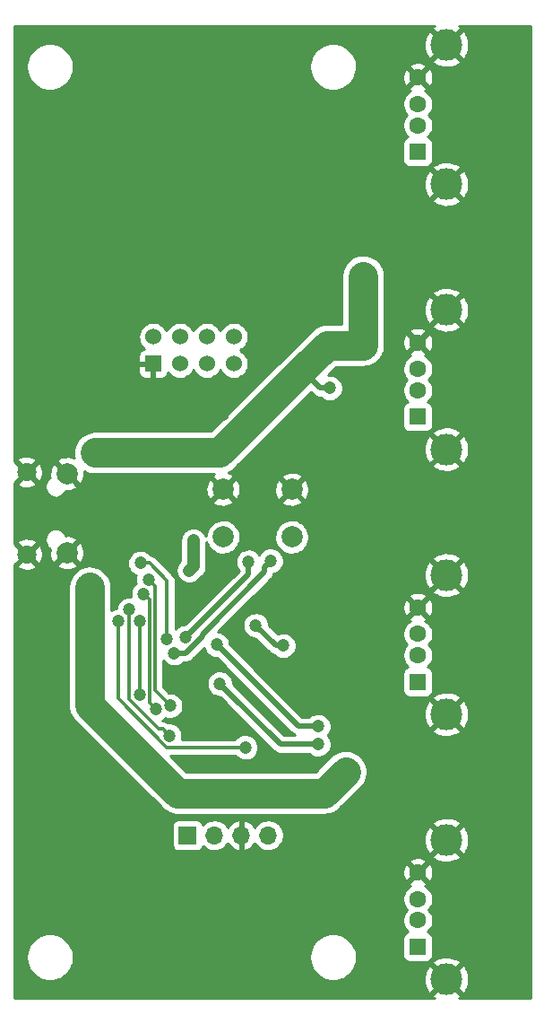
<source format=gbr>
From 81979f66465c72bf34abc3060991e6bda66d4d4b Mon Sep 17 00:00:00 2001
From: jaseg <git@jaseg.net>
Date: Mon, 28 Oct 2019 15:03:24 +0100
Subject: Initial commit

---
 gerber/remote-B_Cu.gbr | 5101 ++++++++++++++++++++++++++++++++++++++++++++++++
 1 file changed, 5101 insertions(+)
 create mode 100644 gerber/remote-B_Cu.gbr

(limited to 'gerber/remote-B_Cu.gbr')

diff --git a/gerber/remote-B_Cu.gbr b/gerber/remote-B_Cu.gbr
new file mode 100644
index 0000000..0511342
--- /dev/null
+++ b/gerber/remote-B_Cu.gbr
@@ -0,0 +1,5101 @@
+G04 #@! TF.GenerationSoftware,KiCad,Pcbnew,(5.99.0-52-gefbc802f4)*
+G04 #@! TF.CreationDate,2019-10-28T15:02:11+01:00*
+G04 #@! TF.ProjectId,remote,72656d6f-7465-42e6-9b69-6361645f7063,rev?*
+G04 #@! TF.SameCoordinates,Original*
+G04 #@! TF.FileFunction,Copper,L2,Bot*
+G04 #@! TF.FilePolarity,Positive*
+%FSLAX46Y46*%
+G04 Gerber Fmt 4.6, Leading zero omitted, Abs format (unit mm)*
+G04 Created by KiCad (PCBNEW (5.99.0-52-gefbc802f4)) date 2019-10-28 15:02:11*
+%MOMM*%
+%LPD*%
+G04 APERTURE LIST*
+%ADD10C,1.524000*%
+%ADD11R,1.524000X1.524000*%
+%ADD12C,2.000000*%
+%ADD13C,1.600000*%
+%ADD14R,1.600000X1.600000*%
+%ADD15C,3.000000*%
+%ADD16O,1.700000X1.700000*%
+%ADD17R,1.700000X1.700000*%
+%ADD18C,1.800000*%
+%ADD19C,1.200000*%
+%ADD20C,2.800000*%
+%ADD21C,0.500000*%
+%ADD22C,0.300000*%
+%ADD23C,1.200000*%
+%ADD24C,0.254000*%
+G04 APERTURE END LIST*
+D10*
+X172620000Y-102460000D03*
+X172620000Y-105000000D03*
+X170080000Y-102460000D03*
+X170080000Y-105000000D03*
+X167540000Y-102460000D03*
+X167540000Y-105000000D03*
+X165000000Y-102460000D03*
+D11*
+X165000000Y-105000000D03*
+D12*
+X178100000Y-116850000D03*
+X178100000Y-121350000D03*
+X171600000Y-116850000D03*
+X171600000Y-121350000D03*
+D13*
+X190000000Y-78000000D03*
+X190000000Y-80500000D03*
+X190000000Y-82500000D03*
+D14*
+X190000000Y-85000000D03*
+D15*
+X192710000Y-88070000D03*
+X192710000Y-74930000D03*
+D13*
+X190000000Y-153000000D03*
+X190000000Y-155500000D03*
+X190000000Y-157500000D03*
+D14*
+X190000000Y-160000000D03*
+D15*
+X192710000Y-163070000D03*
+X192710000Y-149930000D03*
+D16*
+X175870000Y-149500000D03*
+X173330000Y-149500000D03*
+X170790000Y-149500000D03*
+D17*
+X168250000Y-149500000D03*
+D13*
+X190000000Y-103000000D03*
+X190000000Y-105500000D03*
+X190000000Y-107500000D03*
+D14*
+X190000000Y-110000000D03*
+D15*
+X192710000Y-113070000D03*
+X192710000Y-99930000D03*
+D18*
+X153050000Y-122975000D03*
+X153050000Y-115225000D03*
+D12*
+X156850000Y-122825000D03*
+X156850000Y-115375000D03*
+D13*
+X190000000Y-128000000D03*
+X190000000Y-130500000D03*
+X190000000Y-132500000D03*
+D14*
+X190000000Y-135000000D03*
+D15*
+X192710000Y-138070000D03*
+X192710000Y-124930000D03*
+D19*
+X181700000Y-107300000D03*
+X163800000Y-123800000D03*
+X166318018Y-130961882D03*
+X171000000Y-131500000D03*
+X168100000Y-130800000D03*
+X164063997Y-110063997D03*
+X168200000Y-113400000D03*
+X155900000Y-127900000D03*
+X160200000Y-145400000D03*
+X163100000Y-145200000D03*
+X169800000Y-142600000D03*
+X171100000Y-137500000D03*
+X166900000Y-134500000D03*
+X170900000Y-124500000D03*
+X169200000Y-126100000D03*
+X179525000Y-133600000D03*
+X174700000Y-129700000D03*
+X177300000Y-131600000D03*
+X184300000Y-133000000D03*
+X185900000Y-123000000D03*
+X185400000Y-126800000D03*
+X184200000Y-111100000D03*
+X184100000Y-83100000D03*
+X157400000Y-101100000D03*
+X160200000Y-104900000D03*
+X154200000Y-104900000D03*
+X170300000Y-110900000D03*
+X171600000Y-109800000D03*
+X173700000Y-114800000D03*
+X163700019Y-136245241D03*
+X162749990Y-128200000D03*
+X164550041Y-125363202D03*
+X163700000Y-129300000D03*
+X161669098Y-129288137D03*
+D12*
+X159000000Y-126100000D03*
+D19*
+X165237067Y-137556111D03*
+X166605670Y-137261219D03*
+X166950011Y-132300000D03*
+X166521759Y-140078241D03*
+X164099049Y-126701216D03*
+X173700000Y-141200000D03*
+D12*
+X159500000Y-113400000D03*
+X184850000Y-96750000D03*
+X183200000Y-143500000D03*
+D19*
+X168400000Y-124500000D03*
+X168800000Y-121700000D03*
+X171300000Y-135200000D03*
+X180600000Y-139200000D03*
+X180600000Y-140900000D03*
+X174000000Y-123700000D03*
+X176100000Y-123600000D03*
+D20*
+X179106499Y-105606499D02*
+X171312998Y-113400000D01*
+X181462998Y-103250000D02*
+X179106499Y-105606499D01*
+D21*
+X180800000Y-107300000D02*
+X179106499Y-105606499D01*
+X181700000Y-107300000D02*
+X180800000Y-107300000D01*
+D22*
+X166318018Y-125469490D02*
+X164648528Y-123800000D01*
+X164648528Y-123800000D02*
+X163800000Y-123800000D01*
+X166318018Y-130961882D02*
+X166318018Y-125469490D01*
+X164650029Y-136969073D02*
+X164650029Y-127252196D01*
+X165237067Y-137556111D02*
+X164650029Y-136969073D01*
+X164650029Y-127252196D02*
+X164099049Y-126701216D01*
+D21*
+X180600000Y-139200000D02*
+X178700000Y-139200000D01*
+X178700000Y-139200000D02*
+X171599999Y-132099999D01*
+X171599999Y-132099999D02*
+X171000000Y-131500000D01*
+X169624998Y-130531998D02*
+X169624998Y-130731998D01*
+X175500001Y-124199999D02*
+X175500001Y-124656995D01*
+X167798539Y-132300000D02*
+X166950011Y-132300000D01*
+X175500001Y-124656995D02*
+X169624998Y-130531998D01*
+X176100000Y-123600000D02*
+X175500001Y-124199999D01*
+X169624998Y-130731998D02*
+X168056996Y-132300000D01*
+X168056996Y-132300000D02*
+X167798539Y-132300000D01*
+X174000000Y-123700000D02*
+X174000000Y-124900000D01*
+X174000000Y-124900000D02*
+X168100000Y-130800000D01*
+D20*
+X168200000Y-113400000D02*
+X159500000Y-113400000D01*
+X171312998Y-113400000D02*
+X168200000Y-113400000D01*
+X181200000Y-145500000D02*
+X167300000Y-145500000D01*
+X183200000Y-143500000D02*
+X181200000Y-145500000D01*
+X167300000Y-145500000D02*
+X159000000Y-137200000D01*
+X159000000Y-137200000D02*
+X159000000Y-127514213D01*
+X159000000Y-127514213D02*
+X159000000Y-126100000D01*
+D21*
+X176600000Y-131600000D02*
+X174700000Y-129700000D01*
+X177300000Y-131600000D02*
+X176600000Y-131600000D01*
+D22*
+X165150040Y-135805589D02*
+X165150040Y-125963201D01*
+X166605670Y-137261219D02*
+X165150040Y-135805589D01*
+X165150040Y-125963201D02*
+X164550041Y-125363202D01*
+X162749990Y-129048528D02*
+X162749990Y-128200000D01*
+X162749990Y-136670543D02*
+X162749990Y-129048528D01*
+X165557689Y-139478242D02*
+X162749990Y-136670543D01*
+X166521759Y-140078241D02*
+X165921760Y-139478242D01*
+X165921760Y-139478242D02*
+X165557689Y-139478242D01*
+X163700000Y-129300000D02*
+X163700000Y-136245222D01*
+X163700000Y-136245222D02*
+X163700019Y-136245241D01*
+X173700000Y-141200000D02*
+X166300000Y-141200000D01*
+X166300000Y-141200000D02*
+X161669098Y-136569098D01*
+X161669098Y-130136665D02*
+X161669098Y-129288137D01*
+X161669098Y-136569098D02*
+X161669098Y-130136665D01*
+D20*
+X184850000Y-103250000D02*
+X181462998Y-103250000D01*
+X184850000Y-96750000D02*
+X184850000Y-103250000D01*
+D23*
+X168800000Y-124100000D02*
+X168400000Y-124500000D01*
+X168800000Y-121700000D02*
+X168800000Y-124100000D01*
+D21*
+X180600000Y-140900000D02*
+X177000000Y-140900000D01*
+X171899999Y-135799999D02*
+X171300000Y-135200000D01*
+X177000000Y-140900000D02*
+X171899999Y-135799999D01*
+D24*
+G36*
+X191513768Y-73156514D02*
+G01*
+X191291326Y-73330307D01*
+X192710000Y-74748981D01*
+X194139106Y-73319875D01*
+X193863535Y-73134000D01*
+X200616000Y-73134000D01*
+X200616001Y-164866000D01*
+X193863535Y-164866000D01*
+X194139106Y-164680125D01*
+X192710000Y-163251019D01*
+X191291326Y-164669693D01*
+X191513768Y-164843486D01*
+X191552763Y-164866000D01*
+X151884000Y-164866000D01*
+X151884000Y-161128898D01*
+X153014496Y-161128898D01*
+X153052672Y-161431098D01*
+X153131510Y-161725321D01*
+X153249547Y-162006122D01*
+X153404602Y-162268307D01*
+X153593805Y-162507021D01*
+X153813655Y-162717849D01*
+X154060083Y-162896890D01*
+X154328530Y-163040830D01*
+X154614028Y-163147006D01*
+X154911294Y-163213452D01*
+X155214828Y-163238941D01*
+X155519012Y-163223000D01*
+X155818220Y-163165923D01*
+X156106911Y-163068767D01*
+X156379747Y-162933330D01*
+X156631678Y-162762119D01*
+X156858041Y-162558300D01*
+X157054649Y-162325646D01*
+X157217863Y-162068463D01*
+X157344663Y-161791507D01*
+X157432702Y-161499906D01*
+X157480456Y-161198399D01*
+X157481183Y-161128898D01*
+X179764496Y-161128898D01*
+X179802672Y-161431098D01*
+X179881510Y-161725321D01*
+X179999547Y-162006122D01*
+X180154602Y-162268307D01*
+X180343805Y-162507021D01*
+X180563655Y-162717849D01*
+X180810083Y-162896890D01*
+X181078530Y-163040830D01*
+X181364028Y-163147006D01*
+X181661294Y-163213452D01*
+X181964828Y-163238941D01*
+X182269012Y-163223000D01*
+X182568220Y-163165923D01*
+X182853247Y-163070000D01*
+X190570789Y-163070000D01*
+X190591608Y-163367721D01*
+X190653658Y-163659646D01*
+X190755734Y-163940095D01*
+X190895846Y-164203609D01*
+X191106052Y-164492929D01*
+X192528981Y-163070000D01*
+X192891019Y-163070000D01*
+X194307322Y-164486303D01*
+X194440658Y-164327396D01*
+X194598811Y-164074299D01*
+X194720200Y-163801653D01*
+X194802464Y-163514767D01*
+X194844000Y-163219224D01*
+X194844000Y-162920776D01*
+X194802464Y-162625233D01*
+X194720200Y-162338347D01*
+X194598811Y-162065701D01*
+X194440658Y-161812604D01*
+X194307322Y-161653697D01*
+X192891019Y-163070000D01*
+X192528981Y-163070000D01*
+X191106052Y-161647071D01*
+X190895846Y-161936391D01*
+X190755734Y-162199905D01*
+X190653658Y-162480354D01*
+X190591608Y-162772279D01*
+X190570789Y-163070000D01*
+X182853247Y-163070000D01*
+X182856911Y-163068767D01*
+X183129747Y-162933330D01*
+X183381678Y-162762119D01*
+X183608041Y-162558300D01*
+X183804649Y-162325646D01*
+X183967863Y-162068463D01*
+X184094663Y-161791507D01*
+X184182702Y-161499906D01*
+X184187390Y-161470307D01*
+X191291326Y-161470307D01*
+X192710000Y-162888981D01*
+X194139106Y-161459875D01*
+X193779606Y-161217389D01*
+X193511363Y-161086559D01*
+X193227522Y-160994333D01*
+X192933609Y-160942508D01*
+X192635343Y-160932092D01*
+X192338530Y-160963289D01*
+X192048948Y-161035489D01*
+X191772231Y-161147290D01*
+X191513768Y-161296514D01*
+X191291326Y-161470307D01*
+X184187390Y-161470307D01*
+X184230456Y-161198399D01*
+X184234122Y-160848356D01*
+X184192692Y-160545916D01*
+X184110780Y-160252534D01*
+X183989808Y-159972984D01*
+X183832015Y-159712438D01*
+X183640323Y-159475718D01*
+X183418277Y-159267204D01*
+X183308201Y-159188976D01*
+X188558163Y-159188976D01*
+X188558163Y-160816588D01*
+X188638795Y-161117512D01*
+X188786185Y-161293165D01*
+X188979814Y-161404956D01*
+X189188976Y-161441837D01*
+X190816588Y-161441837D01*
+X191117512Y-161361205D01*
+X191293165Y-161213815D01*
+X191404956Y-161020186D01*
+X191441837Y-160811024D01*
+X191441837Y-159183412D01*
+X191361205Y-158882489D01*
+X191213815Y-158706835D01*
+X191020186Y-158595044D01*
+X190942260Y-158581303D01*
+X191017864Y-158517864D01*
+X191179150Y-158325651D01*
+X191304609Y-158108349D01*
+X191390429Y-157872564D01*
+X191434000Y-157625459D01*
+X191434000Y-157374541D01*
+X191390429Y-157127436D01*
+X191304609Y-156891651D01*
+X191179150Y-156674349D01*
+X191032854Y-156500000D01*
+X191179150Y-156325651D01*
+X191304609Y-156108349D01*
+X191390429Y-155872564D01*
+X191434000Y-155625459D01*
+X191434000Y-155374541D01*
+X191390429Y-155127436D01*
+X191304609Y-154891651D01*
+X191179150Y-154674349D01*
+X191017864Y-154482136D01*
+X190825651Y-154320850D01*
+X190702935Y-154250000D01*
+X190934999Y-154116018D01*
+X190000000Y-153181019D01*
+X189065001Y-154116018D01*
+X189297065Y-154250000D01*
+X189174349Y-154320850D01*
+X188982136Y-154482136D01*
+X188820850Y-154674349D01*
+X188695391Y-154891651D01*
+X188609571Y-155127436D01*
+X188566000Y-155374541D01*
+X188566000Y-155625459D01*
+X188609571Y-155872564D01*
+X188695391Y-156108349D01*
+X188820850Y-156325651D01*
+X188967146Y-156500000D01*
+X188820850Y-156674349D01*
+X188695391Y-156891651D01*
+X188609571Y-157127436D01*
+X188566000Y-157374541D01*
+X188566000Y-157625459D01*
+X188609571Y-157872564D01*
+X188695391Y-158108349D01*
+X188820850Y-158325651D01*
+X188982136Y-158517864D01*
+X189067255Y-158589287D01*
+X188882489Y-158638795D01*
+X188706835Y-158786185D01*
+X188595044Y-158979814D01*
+X188558163Y-159188976D01*
+X183308201Y-159188976D01*
+X183169988Y-159090753D01*
+X182900049Y-158949633D01*
+X182613454Y-158846452D01*
+X182315509Y-158783121D01*
+X182011724Y-158760813D01*
+X181707723Y-158779939D01*
+X181409131Y-158840147D01*
+X181121472Y-158940319D01*
+X180850070Y-159078606D01*
+X180599946Y-159252446D01*
+X180375729Y-159458624D01*
+X180181568Y-159693324D01*
+X180021057Y-159952203D01*
+X179897163Y-160230471D01*
+X179812183Y-160522979D01*
+X179767685Y-160824313D01*
+X179764496Y-161128898D01*
+X157481183Y-161128898D01*
+X157484122Y-160848356D01*
+X157442692Y-160545916D01*
+X157360780Y-160252534D01*
+X157239808Y-159972984D01*
+X157082015Y-159712438D01*
+X156890323Y-159475718D01*
+X156668277Y-159267204D01*
+X156419988Y-159090753D01*
+X156150049Y-158949633D01*
+X155863454Y-158846452D01*
+X155565509Y-158783121D01*
+X155261724Y-158760813D01*
+X154957723Y-158779939D01*
+X154659131Y-158840147D01*
+X154371472Y-158940319D01*
+X154100070Y-159078606D01*
+X153849946Y-159252446D01*
+X153625729Y-159458624D01*
+X153431568Y-159693324D01*
+X153271057Y-159952203D01*
+X153147163Y-160230471D01*
+X153062183Y-160522979D01*
+X153017685Y-160824313D01*
+X153014496Y-161128898D01*
+X151884000Y-161128898D01*
+X151884000Y-152874541D01*
+X188566000Y-152874541D01*
+X188566000Y-153125459D01*
+X188609571Y-153372564D01*
+X188695391Y-153608349D01*
+X188883982Y-153934999D01*
+X189818981Y-153000000D01*
+X190181019Y-153000000D01*
+X191116018Y-153934999D01*
+X191304609Y-153608349D01*
+X191390429Y-153372564D01*
+X191434000Y-153125459D01*
+X191434000Y-152874541D01*
+X191390429Y-152627436D01*
+X191304609Y-152391651D01*
+X191116018Y-152065001D01*
+X190181019Y-153000000D01*
+X189818981Y-153000000D01*
+X188883982Y-152065001D01*
+X188695391Y-152391651D01*
+X188609571Y-152627436D01*
+X188566000Y-152874541D01*
+X151884000Y-152874541D01*
+X151884000Y-151883982D01*
+X189065001Y-151883982D01*
+X190000000Y-152818981D01*
+X190934999Y-151883982D01*
+X190608349Y-151695391D01*
+X190372564Y-151609571D01*
+X190125459Y-151566000D01*
+X189874541Y-151566000D01*
+X189627436Y-151609571D01*
+X189391651Y-151695391D01*
+X189065001Y-151883982D01*
+X151884000Y-151883982D01*
+X151884000Y-151529693D01*
+X191291326Y-151529693D01*
+X191513768Y-151703486D01*
+X191772231Y-151852710D01*
+X192048948Y-151964511D01*
+X192338530Y-152036711D01*
+X192635343Y-152067908D01*
+X192933609Y-152057492D01*
+X193227522Y-152005667D01*
+X193511363Y-151913441D01*
+X193779606Y-151782611D01*
+X194139106Y-151540125D01*
+X192710000Y-150111019D01*
+X191291326Y-151529693D01*
+X151884000Y-151529693D01*
+X151884000Y-148638976D01*
+X166758163Y-148638976D01*
+X166758163Y-150366588D01*
+X166838795Y-150667512D01*
+X166986185Y-150843165D01*
+X167179814Y-150954956D01*
+X167388976Y-150991837D01*
+X169116588Y-150991837D01*
+X169417512Y-150911205D01*
+X169593165Y-150763815D01*
+X169704956Y-150570186D01*
+X169713204Y-150523412D01*
+X169751669Y-150567739D01*
+X169946416Y-150727422D01*
+X170165284Y-150852009D01*
+X170404831Y-150938960D01*
+X170744648Y-150984000D01*
+X170853190Y-150984000D01*
+X171040942Y-150968069D01*
+X171284708Y-150904800D01*
+X171514329Y-150801363D01*
+X171723240Y-150660716D01*
+X171905466Y-150486881D01*
+X172055797Y-150284828D01*
+X172062436Y-150271770D01*
+X172126610Y-150377526D01*
+X172291669Y-150567739D01*
+X172486416Y-150727422D01*
+X172705284Y-150852009D01*
+X172944831Y-150938960D01*
+X173202000Y-150973047D01*
+X173202000Y-148026953D01*
+X173458000Y-148026953D01*
+X173458000Y-150999978D01*
+X173824708Y-150904800D01*
+X174054329Y-150801363D01*
+X174263240Y-150660716D01*
+X174445466Y-150486881D01*
+X174595797Y-150284828D01*
+X174602436Y-150271770D01*
+X174666610Y-150377526D01*
+X174831669Y-150567739D01*
+X175026416Y-150727422D01*
+X175245284Y-150852009D01*
+X175484831Y-150938960D01*
+X175824648Y-150984000D01*
+X175933190Y-150984000D01*
+X176120942Y-150968069D01*
+X176364708Y-150904800D01*
+X176594329Y-150801363D01*
+X176803240Y-150660716D01*
+X176985466Y-150486881D01*
+X177135797Y-150284828D01*
+X177249936Y-150060334D01*
+X177290405Y-149930000D01*
+X190570789Y-149930000D01*
+X190591608Y-150227721D01*
+X190653658Y-150519646D01*
+X190755734Y-150800095D01*
+X190895846Y-151063609D01*
+X191106052Y-151352929D01*
+X192528981Y-149930000D01*
+X192891019Y-149930000D01*
+X194307322Y-151346303D01*
+X194440658Y-151187396D01*
+X194598811Y-150934299D01*
+X194720200Y-150661653D01*
+X194802464Y-150374767D01*
+X194844000Y-150079224D01*
+X194844000Y-149780776D01*
+X194802464Y-149485233D01*
+X194720200Y-149198347D01*
+X194598811Y-148925701D01*
+X194440658Y-148672604D01*
+X194307322Y-148513697D01*
+X192891019Y-149930000D01*
+X192528981Y-149930000D01*
+X191106052Y-148507071D01*
+X190895846Y-148796391D01*
+X190755734Y-149059905D01*
+X190653658Y-149340354D01*
+X190591608Y-149632279D01*
+X190570789Y-149930000D01*
+X177290405Y-149930000D01*
+X177324618Y-149819819D01*
+X177357708Y-149570159D01*
+X177348260Y-149318492D01*
+X177296544Y-149072017D01*
+X177204039Y-148837778D01*
+X177073390Y-148622474D01*
+X176908331Y-148432261D01*
+X176783990Y-148330307D01*
+X191291326Y-148330307D01*
+X192710000Y-149748981D01*
+X194139106Y-148319875D01*
+X193779606Y-148077389D01*
+X193511363Y-147946559D01*
+X193227522Y-147854333D01*
+X192933609Y-147802508D01*
+X192635343Y-147792092D01*
+X192338530Y-147823289D01*
+X192048948Y-147895489D01*
+X191772231Y-148007290D01*
+X191513768Y-148156514D01*
+X191291326Y-148330307D01*
+X176783990Y-148330307D01*
+X176713584Y-148272578D01*
+X176494716Y-148147991D01*
+X176255169Y-148061040D01*
+X175915352Y-148016000D01*
+X175806810Y-148016000D01*
+X175619058Y-148031931D01*
+X175375292Y-148095200D01*
+X175145671Y-148198637D01*
+X174936760Y-148339284D01*
+X174754534Y-148513119D01*
+X174604203Y-148715172D01*
+X174597564Y-148728230D01*
+X174533390Y-148622474D01*
+X174368331Y-148432261D01*
+X174173584Y-148272578D01*
+X173954716Y-148147991D01*
+X173715169Y-148061040D01*
+X173458000Y-148026953D01*
+X173202000Y-148026953D01*
+X173202000Y-148000022D01*
+X172835292Y-148095200D01*
+X172605671Y-148198637D01*
+X172396760Y-148339284D01*
+X172214534Y-148513119D01*
+X172064203Y-148715172D01*
+X172057564Y-148728230D01*
+X171993390Y-148622474D01*
+X171828331Y-148432261D01*
+X171633584Y-148272578D01*
+X171414716Y-148147991D01*
+X171175169Y-148061040D01*
+X170835352Y-148016000D01*
+X170726810Y-148016000D01*
+X170539058Y-148031931D01*
+X170295292Y-148095200D01*
+X170065671Y-148198637D01*
+X169856760Y-148339284D01*
+X169702465Y-148486474D01*
+X169661205Y-148332489D01*
+X169513815Y-148156835D01*
+X169320186Y-148045044D01*
+X169111024Y-148008163D01*
+X167383412Y-148008163D01*
+X167082489Y-148088795D01*
+X166906835Y-148236185D01*
+X166795044Y-148429814D01*
+X166758163Y-148638976D01*
+X151884000Y-148638976D01*
+X151884000Y-137114482D01*
+X156959579Y-137114482D01*
+X156966000Y-137250632D01*
+X156966000Y-137292020D01*
+X156970138Y-137338387D01*
+X156976683Y-137477159D01*
+X156986253Y-137518945D01*
+X156990064Y-137561644D01*
+X157026723Y-137695648D01*
+X157057741Y-137831078D01*
+X157074560Y-137870509D01*
+X157085871Y-137911857D01*
+X157145690Y-138037272D01*
+X157201630Y-138168421D01*
+X157220120Y-138193318D01*
+X157242181Y-138239570D01*
+X157454054Y-138534424D01*
+X157578863Y-138655372D01*
+X165766786Y-146843296D01*
+X165796733Y-146882324D01*
+X165897558Y-146974068D01*
+X165926814Y-147003325D01*
+X165962535Y-147033192D01*
+X166065280Y-147126684D01*
+X166101596Y-147149465D01*
+X166134481Y-147176961D01*
+X166255154Y-147245792D01*
+X166372855Y-147319625D01*
+X166412632Y-147335616D01*
+X166449866Y-147356853D01*
+X166580839Y-147403233D01*
+X166713139Y-147456418D01*
+X166743822Y-147460948D01*
+X166792122Y-147478052D01*
+X167150431Y-147536729D01*
+X167324121Y-147534000D01*
+X181065711Y-147534000D01*
+X181114482Y-147540421D01*
+X181250632Y-147534000D01*
+X181292021Y-147534000D01*
+X181338389Y-147529862D01*
+X181477159Y-147523317D01*
+X181518943Y-147513748D01*
+X181561644Y-147509937D01*
+X181695649Y-147473277D01*
+X181831077Y-147442260D01*
+X181870509Y-147425441D01*
+X181911859Y-147414129D01*
+X182037281Y-147354306D01*
+X182168422Y-147298369D01*
+X182193318Y-147279880D01*
+X182239571Y-147257819D01*
+X182534424Y-147045946D01*
+X182655373Y-146921136D01*
+X184703323Y-144873186D01*
+X184876960Y-144665519D01*
+X185056853Y-144350134D01*
+X185178053Y-144007879D01*
+X185236728Y-143649569D01*
+X185231025Y-143286531D01*
+X185161123Y-142930241D01*
+X185029233Y-142591962D01*
+X184839524Y-142282382D01*
+X184597991Y-142011291D01*
+X184312268Y-141787256D01*
+X183991388Y-141617361D01*
+X183645494Y-141506971D01*
+X183285518Y-141459579D01*
+X182922840Y-141476683D01*
+X182568921Y-141557741D01*
+X182231577Y-141701630D01*
+X181805215Y-142018274D01*
+X180357491Y-143466000D01*
+X168142509Y-143466000D01*
+X166660508Y-141984000D01*
+X172737009Y-141984000D01*
+X172739959Y-141988587D01*
+X172947122Y-142188293D01*
+X173194672Y-142334984D01*
+X173469328Y-142420794D01*
+X173756358Y-142441117D01*
+X174040366Y-142394863D01*
+X174306115Y-142284514D01*
+X174539350Y-142115990D01*
+X174727561Y-141898330D01*
+X174860651Y-141643210D01*
+X174931606Y-141363829D01*
+X174934277Y-141057691D01*
+X174868210Y-140777114D01*
+X174739592Y-140519710D01*
+X174555208Y-140298798D01*
+X174324950Y-140126229D01*
+X174061168Y-140011259D01*
+X173778010Y-139960056D01*
+X173490670Y-139975366D01*
+X173214557Y-140056369D01*
+X172964485Y-140198718D01*
+X172753868Y-140394779D01*
+X172739689Y-140416000D01*
+X167709192Y-140416000D01*
+X167753365Y-140242070D01*
+X167756036Y-139935932D01*
+X167689969Y-139655355D01*
+X167561351Y-139397951D01*
+X167376967Y-139177039D01*
+X167146709Y-139004470D01*
+X166882927Y-138889500D01*
+X166599769Y-138838297D01*
+X166390920Y-138849424D01*
+X166377614Y-138840228D01*
+X166292756Y-138777551D01*
+X166280905Y-138773389D01*
+X166266377Y-138763348D01*
+X166225000Y-138753757D01*
+X166070325Y-138699438D01*
+X165974384Y-138695668D01*
+X165968228Y-138694242D01*
+X165938069Y-138694242D01*
+X165880156Y-138691967D01*
+X165833030Y-138644841D01*
+X165843182Y-138640625D01*
+X166076417Y-138472101D01*
+X166133176Y-138406461D01*
+X166374998Y-138482013D01*
+X166662028Y-138502336D01*
+X166946036Y-138456082D01*
+X167211785Y-138345733D01*
+X167445020Y-138177209D01*
+X167633231Y-137959549D01*
+X167766321Y-137704429D01*
+X167837276Y-137425048D01*
+X167839947Y-137118910D01*
+X167773880Y-136838333D01*
+X167645262Y-136580929D01*
+X167460878Y-136360017D01*
+X167230620Y-136187448D01*
+X166966838Y-136072478D01*
+X166683680Y-136021275D01*
+X166485052Y-136031858D01*
+X165934040Y-135480847D01*
+X165934040Y-133001634D01*
+X165989970Y-133088587D01*
+X166197133Y-133288293D01*
+X166444683Y-133434984D01*
+X166719339Y-133520794D01*
+X167006369Y-133541117D01*
+X167290377Y-133494863D01*
+X167556126Y-133384514D01*
+X167789361Y-133215990D01*
+X167817023Y-133184000D01*
+X167957966Y-133184000D01*
+X167985373Y-133190202D01*
+X168085334Y-133184000D01*
+X168120396Y-133184000D01*
+X168147188Y-133180163D01*
+X168238101Y-133174523D01*
+X168271981Y-133162291D01*
+X168307653Y-133157183D01*
+X168390599Y-133119470D01*
+X168476639Y-133088409D01*
+X168504891Y-133067504D01*
+X168538162Y-133052376D01*
+X168616153Y-132985174D01*
+X168638580Y-132968579D01*
+X168658304Y-132948855D01*
+X168729988Y-132887088D01*
+X168748257Y-132858902D01*
+X169799813Y-131807347D01*
+X169884295Y-132046579D01*
+X170039959Y-132288587D01*
+X170247122Y-132488293D01*
+X170494672Y-132634984D01*
+X170769328Y-132720794D01*
+X170985968Y-132736132D01*
+X171019731Y-132769896D01*
+X171019739Y-132769902D01*
+X178004889Y-139755053D01*
+X178019886Y-139778822D01*
+X178094970Y-139845134D01*
+X178119748Y-139869913D01*
+X178141400Y-139886140D01*
+X178209679Y-139946442D01*
+X178242292Y-139961753D01*
+X178271123Y-139983361D01*
+X178356424Y-140015338D01*
+X178357833Y-140016000D01*
+X177366164Y-140016000D01*
+X172568294Y-135218131D01*
+X172568288Y-135218123D01*
+X172533183Y-135183019D01*
+X172534277Y-135057691D01*
+X172468210Y-134777114D01*
+X172339592Y-134519710D01*
+X172155208Y-134298798D01*
+X171924950Y-134126229D01*
+X171661168Y-134011259D01*
+X171378010Y-133960056D01*
+X171090670Y-133975366D01*
+X170814557Y-134056369D01*
+X170564485Y-134198718D01*
+X170353868Y-134394779D01*
+X170194003Y-134634034D01*
+X170093467Y-134903647D01*
+X170057651Y-135189158D01*
+X170088479Y-135475251D01*
+X170184295Y-135746579D01*
+X170339959Y-135988587D01*
+X170547122Y-136188293D01*
+X170794672Y-136334984D01*
+X171069328Y-136420794D01*
+X171285968Y-136436132D01*
+X171319731Y-136469896D01*
+X171319739Y-136469902D01*
+X176304889Y-141455053D01*
+X176319886Y-141478822D01*
+X176394970Y-141545134D01*
+X176419748Y-141569913D01*
+X176441400Y-141586140D01*
+X176509679Y-141646442D01*
+X176542292Y-141661753D01*
+X176571123Y-141683361D01*
+X176656424Y-141715338D01*
+X176739244Y-141754222D01*
+X176774006Y-141759418D01*
+X176808224Y-141772245D01*
+X176910885Y-141779875D01*
+X176938487Y-141784000D01*
+X176966395Y-141784000D01*
+X177060742Y-141791011D01*
+X177093586Y-141784000D01*
+X179738935Y-141784000D01*
+X179847122Y-141888293D01*
+X180094672Y-142034984D01*
+X180369328Y-142120794D01*
+X180656358Y-142141117D01*
+X180940366Y-142094863D01*
+X181206115Y-141984514D01*
+X181439350Y-141815990D01*
+X181627561Y-141598330D01*
+X181760651Y-141343210D01*
+X181831606Y-141063829D01*
+X181834277Y-140757691D01*
+X181768210Y-140477114D01*
+X181639592Y-140219710D01*
+X181497192Y-140049099D01*
+X181627561Y-139898330D01*
+X181746835Y-139669693D01*
+X191291326Y-139669693D01*
+X191513768Y-139843486D01*
+X191772231Y-139992710D01*
+X192048948Y-140104511D01*
+X192338530Y-140176711D01*
+X192635343Y-140207908D01*
+X192933609Y-140197492D01*
+X193227522Y-140145667D01*
+X193511363Y-140053441D01*
+X193779606Y-139922611D01*
+X194139106Y-139680125D01*
+X192710000Y-138251019D01*
+X191291326Y-139669693D01*
+X181746835Y-139669693D01*
+X181760651Y-139643210D01*
+X181831606Y-139363829D01*
+X181834277Y-139057691D01*
+X181768210Y-138777114D01*
+X181639592Y-138519710D01*
+X181455208Y-138298798D01*
+X181224950Y-138126229D01*
+X181095941Y-138070000D01*
+X190570789Y-138070000D01*
+X190591608Y-138367721D01*
+X190653658Y-138659646D01*
+X190755734Y-138940095D01*
+X190895846Y-139203609D01*
+X191106052Y-139492929D01*
+X192528981Y-138070000D01*
+X192891019Y-138070000D01*
+X194307322Y-139486303D01*
+X194440658Y-139327396D01*
+X194598811Y-139074299D01*
+X194720200Y-138801653D01*
+X194802464Y-138514767D01*
+X194844000Y-138219224D01*
+X194844000Y-137920776D01*
+X194802464Y-137625233D01*
+X194720200Y-137338347D01*
+X194598811Y-137065701D01*
+X194440658Y-136812604D01*
+X194307322Y-136653697D01*
+X192891019Y-138070000D01*
+X192528981Y-138070000D01*
+X191106052Y-136647071D01*
+X190895846Y-136936391D01*
+X190755734Y-137199905D01*
+X190653658Y-137480354D01*
+X190591608Y-137772279D01*
+X190570789Y-138070000D01*
+X181095941Y-138070000D01*
+X180961168Y-138011259D01*
+X180678010Y-137960056D01*
+X180390670Y-137975366D01*
+X180114557Y-138056369D01*
+X179864485Y-138198718D01*
+X179738496Y-138316000D01*
+X179066164Y-138316000D01*
+X177220471Y-136470307D01*
+X191291326Y-136470307D01*
+X192710000Y-137888981D01*
+X194139106Y-136459875D01*
+X193779606Y-136217389D01*
+X193511363Y-136086559D01*
+X193227522Y-135994333D01*
+X192933609Y-135942508D01*
+X192635343Y-135932092D01*
+X192338530Y-135963289D01*
+X192048948Y-136035489D01*
+X191772231Y-136147290D01*
+X191513768Y-136296514D01*
+X191291326Y-136470307D01*
+X177220471Y-136470307D01*
+X174939140Y-134188976D01*
+X188558163Y-134188976D01*
+X188558163Y-135816588D01*
+X188638795Y-136117512D01*
+X188786185Y-136293165D01*
+X188979814Y-136404956D01*
+X189188976Y-136441837D01*
+X190816588Y-136441837D01*
+X191117512Y-136361205D01*
+X191293165Y-136213815D01*
+X191404956Y-136020186D01*
+X191441837Y-135811024D01*
+X191441837Y-134183412D01*
+X191361205Y-133882489D01*
+X191213815Y-133706835D01*
+X191020186Y-133595044D01*
+X190942260Y-133581303D01*
+X191017864Y-133517864D01*
+X191179150Y-133325651D01*
+X191304609Y-133108349D01*
+X191390429Y-132872564D01*
+X191434000Y-132625459D01*
+X191434000Y-132374541D01*
+X191390429Y-132127436D01*
+X191304609Y-131891651D01*
+X191179150Y-131674349D01*
+X191032854Y-131500000D01*
+X191179150Y-131325651D01*
+X191304609Y-131108349D01*
+X191390429Y-130872564D01*
+X191434000Y-130625459D01*
+X191434000Y-130374541D01*
+X191390429Y-130127436D01*
+X191304609Y-129891651D01*
+X191179150Y-129674349D01*
+X191017864Y-129482136D01*
+X190825651Y-129320850D01*
+X190702935Y-129250000D01*
+X190934999Y-129116018D01*
+X190000000Y-128181019D01*
+X189065001Y-129116018D01*
+X189297065Y-129250000D01*
+X189174349Y-129320850D01*
+X188982136Y-129482136D01*
+X188820850Y-129674349D01*
+X188695391Y-129891651D01*
+X188609571Y-130127436D01*
+X188566000Y-130374541D01*
+X188566000Y-130625459D01*
+X188609571Y-130872564D01*
+X188695391Y-131108349D01*
+X188820850Y-131325651D01*
+X188967146Y-131500000D01*
+X188820850Y-131674349D01*
+X188695391Y-131891651D01*
+X188609571Y-132127436D01*
+X188566000Y-132374541D01*
+X188566000Y-132625459D01*
+X188609571Y-132872564D01*
+X188695391Y-133108349D01*
+X188820850Y-133325651D01*
+X188982136Y-133517864D01*
+X189067255Y-133589287D01*
+X188882489Y-133638795D01*
+X188706835Y-133786185D01*
+X188595044Y-133979814D01*
+X188558163Y-134188976D01*
+X174939140Y-134188976D01*
+X172268294Y-131518131D01*
+X172268288Y-131518123D01*
+X172233183Y-131483019D01*
+X172234277Y-131357691D01*
+X172168210Y-131077114D01*
+X172039592Y-130819710D01*
+X171855208Y-130598798D01*
+X171624950Y-130426229D01*
+X171361168Y-130311259D01*
+X171136522Y-130270637D01*
+X171718001Y-129689158D01*
+X173457651Y-129689158D01*
+X173488479Y-129975251D01*
+X173584295Y-130246579D01*
+X173739959Y-130488587D01*
+X173947122Y-130688293D01*
+X174194672Y-130834984D01*
+X174469328Y-130920794D01*
+X174685969Y-130936132D01*
+X175904887Y-132155050D01*
+X175919886Y-132178822D01*
+X175994979Y-132245142D01*
+X176019749Y-132269913D01*
+X176041392Y-132286132D01*
+X176109680Y-132346443D01*
+X176142292Y-132361754D01*
+X176171122Y-132383361D01*
+X176256424Y-132415338D01*
+X176339244Y-132454222D01*
+X176374006Y-132459418D01*
+X176408224Y-132472245D01*
+X176428288Y-132473736D01*
+X176547122Y-132588293D01*
+X176794672Y-132734984D01*
+X177069328Y-132820794D01*
+X177356358Y-132841117D01*
+X177640366Y-132794863D01*
+X177906115Y-132684514D01*
+X178139350Y-132515990D01*
+X178327561Y-132298330D01*
+X178460651Y-132043210D01*
+X178531606Y-131763829D01*
+X178534277Y-131457691D01*
+X178468210Y-131177114D01*
+X178339592Y-130919710D01*
+X178155208Y-130698798D01*
+X177924950Y-130526229D01*
+X177661168Y-130411259D01*
+X177378010Y-130360056D01*
+X177090670Y-130375366D01*
+X176814558Y-130456369D01*
+X176745719Y-130495554D01*
+X175933183Y-129683019D01*
+X175934277Y-129557691D01*
+X175868210Y-129277114D01*
+X175739592Y-129019710D01*
+X175555208Y-128798798D01*
+X175324950Y-128626229D01*
+X175061168Y-128511259D01*
+X174778010Y-128460056D01*
+X174490670Y-128475366D01*
+X174214557Y-128556369D01*
+X173964485Y-128698718D01*
+X173753868Y-128894779D01*
+X173594003Y-129134034D01*
+X173493467Y-129403647D01*
+X173457651Y-129689158D01*
+X171718001Y-129689158D01*
+X173532618Y-127874541D01*
+X188566000Y-127874541D01*
+X188566000Y-128125459D01*
+X188609571Y-128372564D01*
+X188695391Y-128608349D01*
+X188883982Y-128934999D01*
+X189818981Y-128000000D01*
+X190181019Y-128000000D01*
+X191116018Y-128934999D01*
+X191304609Y-128608349D01*
+X191390429Y-128372564D01*
+X191434000Y-128125459D01*
+X191434000Y-127874541D01*
+X191390429Y-127627436D01*
+X191304609Y-127391651D01*
+X191116018Y-127065001D01*
+X190181019Y-128000000D01*
+X189818981Y-128000000D01*
+X188883982Y-127065001D01*
+X188695391Y-127391651D01*
+X188609571Y-127627436D01*
+X188566000Y-127874541D01*
+X173532618Y-127874541D01*
+X174523177Y-126883982D01*
+X189065001Y-126883982D01*
+X190000000Y-127818981D01*
+X190934999Y-126883982D01*
+X190608349Y-126695391D01*
+X190372564Y-126609571D01*
+X190125459Y-126566000D01*
+X189874541Y-126566000D01*
+X189627436Y-126609571D01*
+X189391651Y-126695391D01*
+X189065001Y-126883982D01*
+X174523177Y-126883982D01*
+X174877466Y-126529693D01*
+X191291326Y-126529693D01*
+X191513768Y-126703486D01*
+X191772231Y-126852710D01*
+X192048948Y-126964511D01*
+X192338530Y-127036711D01*
+X192635343Y-127067908D01*
+X192933609Y-127057492D01*
+X193227522Y-127005667D01*
+X193511363Y-126913441D01*
+X193779606Y-126782611D01*
+X194139106Y-126540125D01*
+X192710000Y-125111019D01*
+X191291326Y-126529693D01*
+X174877466Y-126529693D01*
+X176055054Y-125352106D01*
+X176078823Y-125337109D01*
+X176145135Y-125262025D01*
+X176169913Y-125237248D01*
+X176186140Y-125215596D01*
+X176246443Y-125147315D01*
+X176261753Y-125114707D01*
+X176283362Y-125085874D01*
+X176315343Y-125000563D01*
+X176348472Y-124930000D01*
+X190570789Y-124930000D01*
+X190591608Y-125227721D01*
+X190653658Y-125519646D01*
+X190755734Y-125800095D01*
+X190895846Y-126063609D01*
+X191106052Y-126352929D01*
+X192528981Y-124930000D01*
+X192891019Y-124930000D01*
+X194307322Y-126346303D01*
+X194440658Y-126187396D01*
+X194598811Y-125934299D01*
+X194720200Y-125661653D01*
+X194802464Y-125374767D01*
+X194844000Y-125079224D01*
+X194844000Y-124780776D01*
+X194802464Y-124485233D01*
+X194720200Y-124198347D01*
+X194598811Y-123925701D01*
+X194440658Y-123672604D01*
+X194307322Y-123513697D01*
+X192891019Y-124930000D01*
+X192528981Y-124930000D01*
+X191106052Y-123507071D01*
+X190895846Y-123796391D01*
+X190755734Y-124059905D01*
+X190653658Y-124340354D01*
+X190591608Y-124632279D01*
+X190570789Y-124930000D01*
+X176348472Y-124930000D01*
+X176354224Y-124917749D01*
+X176359418Y-124882991D01*
+X176372246Y-124848772D01*
+X176375467Y-124805433D01*
+X176440366Y-124794863D01*
+X176706115Y-124684514D01*
+X176939350Y-124515990D01*
+X177127561Y-124298330D01*
+X177260651Y-124043210D01*
+X177331606Y-123763829D01*
+X177334277Y-123457691D01*
+X177304283Y-123330307D01*
+X191291326Y-123330307D01*
+X192710000Y-124748981D01*
+X194139106Y-123319875D01*
+X193779606Y-123077389D01*
+X193511363Y-122946559D01*
+X193227522Y-122854333D01*
+X192933609Y-122802508D01*
+X192635343Y-122792092D01*
+X192338530Y-122823289D01*
+X192048948Y-122895489D01*
+X191772231Y-123007290D01*
+X191513768Y-123156514D01*
+X191291326Y-123330307D01*
+X177304283Y-123330307D01*
+X177268210Y-123177114D01*
+X177139592Y-122919710D01*
+X176955208Y-122698798D01*
+X176724950Y-122526229D01*
+X176461168Y-122411259D01*
+X176178010Y-122360056D01*
+X175890670Y-122375366D01*
+X175614557Y-122456369D01*
+X175364485Y-122598718D01*
+X175153868Y-122794779D01*
+X175019588Y-122995743D01*
+X174855208Y-122798798D01*
+X174624950Y-122626229D01*
+X174361168Y-122511259D01*
+X174078010Y-122460056D01*
+X173790670Y-122475366D01*
+X173514557Y-122556369D01*
+X173264485Y-122698718D01*
+X173053868Y-122894779D01*
+X172894003Y-123134034D01*
+X172793467Y-123403647D01*
+X172757651Y-123689158D01*
+X172788479Y-123975251D01*
+X172884295Y-124246579D01*
+X173039959Y-124488587D01*
+X173101716Y-124548120D01*
+X168084816Y-129565021D01*
+X167890670Y-129575366D01*
+X167614557Y-129656369D01*
+X167364485Y-129798718D01*
+X167153868Y-129994779D01*
+X167130987Y-130029023D01*
+X167102018Y-130007313D01*
+X167102018Y-125516033D01*
+X167110474Y-125444586D01*
+X167091511Y-125340754D01*
+X167075817Y-125236364D01*
+X167070377Y-125225035D01*
+X167067203Y-125207660D01*
+X167044735Y-125171635D01*
+X166973767Y-125023843D01*
+X166908597Y-124953343D01*
+X166905254Y-124947983D01*
+X166883940Y-124926670D01*
+X166813740Y-124850727D01*
+X166800040Y-124842770D01*
+X166446429Y-124489159D01*
+X167157651Y-124489159D01*
+X167167757Y-124582941D01*
+X167170307Y-124677201D01*
+X167183121Y-124725529D01*
+X167188479Y-124775251D01*
+X167219886Y-124864190D01*
+X167244054Y-124955339D01*
+X167267645Y-124999430D01*
+X167284295Y-125046579D01*
+X167335321Y-125125909D01*
+X167379808Y-125209052D01*
+X167412907Y-125246529D01*
+X167439959Y-125288587D01*
+X167507867Y-125354050D01*
+X167570288Y-125424728D01*
+X167611116Y-125453583D01*
+X167647123Y-125488293D01*
+X167728262Y-125536374D01*
+X167805276Y-125590802D01*
+X167851658Y-125609495D01*
+X167894672Y-125634984D01*
+X167984690Y-125663109D01*
+X168072166Y-125698362D01*
+X168121598Y-125705882D01*
+X168169329Y-125720794D01*
+X168263404Y-125727454D01*
+X168356641Y-125741638D01*
+X168406475Y-125737585D01*
+X168456359Y-125741117D01*
+X168549464Y-125725954D01*
+X168643443Y-125718310D01*
+X168691004Y-125702902D01*
+X168740366Y-125694863D01*
+X168827482Y-125658689D01*
+X168920963Y-125628406D01*
+X168951467Y-125607206D01*
+X169006115Y-125584514D01*
+X169239350Y-125415990D01*
+X169304549Y-125340589D01*
+X169606399Y-125038739D01*
+X169647312Y-125008631D01*
+X169708325Y-124936813D01*
+X169723488Y-124921651D01*
+X169754405Y-124882573D01*
+X169833616Y-124789337D01*
+X169843526Y-124769929D01*
+X169857044Y-124752843D01*
+X169908840Y-124642018D01*
+X169966281Y-124529527D01*
+X169969327Y-124512596D01*
+X169978878Y-124492162D01*
+X170037476Y-124210443D01*
+X170034000Y-124081976D01*
+X170034000Y-121829117D01*
+X170039163Y-121851130D01*
+X170139362Y-122094232D01*
+X170277140Y-122318187D01*
+X170448952Y-122517233D01*
+X170650378Y-122686249D01*
+X170876234Y-122820887D01*
+X171120711Y-122917682D01*
+X171377520Y-122974145D01*
+X171640052Y-122988822D01*
+X171901554Y-122961338D01*
+X172155297Y-122892397D01*
+X172394754Y-122783775D01*
+X172613764Y-122638265D01*
+X172806693Y-122459611D01*
+X172968577Y-122252410D01*
+X173095250Y-122021992D01*
+X173183454Y-121774286D01*
+X173231040Y-121515010D01*
+X173232947Y-121332834D01*
+X176460778Y-121332834D01*
+X176479120Y-121595135D01*
+X176539163Y-121851130D01*
+X176639362Y-122094232D01*
+X176777140Y-122318187D01*
+X176948952Y-122517233D01*
+X177150378Y-122686249D01*
+X177376234Y-122820887D01*
+X177620711Y-122917682D01*
+X177877520Y-122974145D01*
+X178140052Y-122988822D01*
+X178401554Y-122961338D01*
+X178655297Y-122892397D01*
+X178894754Y-122783775D01*
+X179113764Y-122638265D01*
+X179306693Y-122459611D01*
+X179468577Y-122252410D01*
+X179595250Y-122021992D01*
+X179683454Y-121774286D01*
+X179731040Y-121515010D01*
+X179734138Y-121219185D01*
+X179691992Y-120958970D01*
+X179608994Y-120709470D01*
+X179487175Y-120476450D01*
+X179329666Y-120265903D01*
+X179140521Y-120083249D01*
+X178924606Y-119933183D01*
+X178687477Y-119819571D01*
+X178435233Y-119745331D01*
+X178174364Y-119712375D01*
+X177911582Y-119721552D01*
+X177653648Y-119772625D01*
+X177407197Y-119864278D01*
+X177178569Y-119994157D01*
+X176973649Y-120158918D01*
+X176797706Y-120354321D01*
+X176655269Y-120575342D01*
+X176550000Y-120816292D01*
+X176484608Y-121070973D01*
+X176460778Y-121332834D01*
+X173232947Y-121332834D01*
+X173234138Y-121219185D01*
+X173191992Y-120958970D01*
+X173108994Y-120709470D01*
+X172987175Y-120476450D01*
+X172829666Y-120265903D01*
+X172640521Y-120083249D01*
+X172424606Y-119933183D01*
+X172187477Y-119819571D01*
+X171935233Y-119745331D01*
+X171674364Y-119712375D01*
+X171411582Y-119721552D01*
+X171153648Y-119772625D01*
+X170907197Y-119864278D01*
+X170678569Y-119994157D01*
+X170473649Y-120158918D01*
+X170297706Y-120354321D01*
+X170155269Y-120575342D01*
+X170050000Y-120816292D01*
+X169984608Y-121070973D01*
+X169966212Y-121273116D01*
+X169935707Y-121212064D01*
+X169910893Y-121143706D01*
+X169871615Y-121083796D01*
+X169839592Y-121019710D01*
+X169792995Y-120963882D01*
+X169753122Y-120903066D01*
+X169701111Y-120853795D01*
+X169655208Y-120798797D01*
+X169597015Y-120755185D01*
+X169544225Y-120705176D01*
+X169482284Y-120669198D01*
+X169424950Y-120626229D01*
+X169358274Y-120597167D01*
+X169295403Y-120560649D01*
+X169226848Y-120539886D01*
+X169161168Y-120511259D01*
+X169089608Y-120498318D01*
+X169020008Y-120477239D01*
+X168948506Y-120472804D01*
+X168878010Y-120460056D01*
+X168805389Y-120463925D01*
+X168732813Y-120459422D01*
+X168662206Y-120471555D01*
+X168590670Y-120475366D01*
+X168520886Y-120495838D01*
+X168449219Y-120508153D01*
+X168383305Y-120536200D01*
+X168314558Y-120556369D01*
+X168251357Y-120592344D01*
+X168184444Y-120620816D01*
+X168126741Y-120663280D01*
+X168064485Y-120698718D01*
+X168011257Y-120748268D01*
+X167952688Y-120791369D01*
+X167906302Y-120845969D01*
+X167853868Y-120894779D01*
+X167813466Y-120955245D01*
+X167766383Y-121010665D01*
+X167733806Y-121074466D01*
+X167694004Y-121134033D01*
+X167668594Y-121202175D01*
+X167633719Y-121270474D01*
+X167624947Y-121319227D01*
+X167593467Y-121403647D01*
+X167557651Y-121689158D01*
+X167566000Y-121766640D01*
+X167566001Y-123588861D01*
+X167543782Y-123611080D01*
+X167453868Y-123694779D01*
+X167401468Y-123773202D01*
+X167342957Y-123847157D01*
+X167321786Y-123892454D01*
+X167294003Y-123934034D01*
+X167261053Y-124022401D01*
+X167221121Y-124107839D01*
+X167210937Y-124156797D01*
+X167193467Y-124203647D01*
+X167181729Y-124297226D01*
+X167162524Y-124389558D01*
+X167163876Y-124439538D01*
+X167157651Y-124489159D01*
+X166446429Y-124489159D01*
+X165235820Y-123278551D01*
+X165191270Y-123222039D01*
+X165104382Y-123161987D01*
+X165019524Y-123099309D01*
+X165007673Y-123095147D01*
+X164993145Y-123085106D01*
+X164951768Y-123075515D01*
+X164797092Y-123021196D01*
+X164756022Y-123019582D01*
+X164655208Y-122898798D01*
+X164424950Y-122726229D01*
+X164161168Y-122611259D01*
+X163878010Y-122560056D01*
+X163590670Y-122575366D01*
+X163314557Y-122656369D01*
+X163064485Y-122798718D01*
+X162853868Y-122994779D01*
+X162694003Y-123234034D01*
+X162593467Y-123503647D01*
+X162557651Y-123789158D01*
+X162588479Y-124075251D01*
+X162684295Y-124346579D01*
+X162839959Y-124588587D01*
+X163047122Y-124788293D01*
+X163294672Y-124934984D01*
+X163382453Y-124962409D01*
+X163343508Y-125066849D01*
+X163307692Y-125352360D01*
+X163338520Y-125638453D01*
+X163361048Y-125702248D01*
+X163152917Y-125895995D01*
+X162993052Y-126135250D01*
+X162892516Y-126404863D01*
+X162856700Y-126690374D01*
+X162886907Y-126970708D01*
+X162828000Y-126960056D01*
+X162540660Y-126975366D01*
+X162264547Y-127056369D01*
+X162014475Y-127198718D01*
+X161803858Y-127394779D01*
+X161643993Y-127634034D01*
+X161543457Y-127903647D01*
+X161523832Y-128060089D01*
+X161459768Y-128063503D01*
+X161183655Y-128144506D01*
+X161034000Y-128229694D01*
+X161034000Y-126007980D01*
+X161009937Y-125738356D01*
+X160914129Y-125388141D01*
+X160757819Y-125060429D01*
+X160545946Y-124765576D01*
+X160285206Y-124512902D01*
+X159983843Y-124310395D01*
+X159651383Y-124164456D01*
+X159298333Y-124079695D01*
+X158935853Y-124058795D01*
+X158575401Y-124102415D01*
+X158228370Y-124209176D01*
+X157905728Y-124375703D01*
+X157617677Y-124596733D01*
+X157373317Y-124865280D01*
+X157180376Y-125172855D01*
+X157043583Y-125513138D01*
+X156966000Y-126038522D01*
+X156966000Y-127606337D01*
+X156966001Y-127606348D01*
+X156966000Y-137065711D01*
+X156959579Y-137114482D01*
+X151884000Y-137114482D01*
+X151884000Y-124147916D01*
+X152058105Y-124147916D01*
+X152225073Y-124274879D01*
+X152455881Y-124395286D01*
+X152703678Y-124475085D01*
+X152961378Y-124511990D01*
+X153221612Y-124504949D01*
+X153476938Y-124454160D01*
+X153720057Y-124361079D01*
+X154055992Y-124162013D01*
+X153978439Y-124084459D01*
+X155771560Y-124084459D01*
+X156126235Y-124295887D01*
+X156370711Y-124392682D01*
+X156627520Y-124449145D01*
+X156890052Y-124463822D01*
+X157151554Y-124436338D01*
+X157405297Y-124367397D01*
+X157644754Y-124258775D01*
+X157919930Y-124075949D01*
+X156850000Y-123006019D01*
+X155771560Y-124084459D01*
+X153978439Y-124084459D01*
+X153050000Y-123156019D01*
+X152058105Y-124147916D01*
+X151884000Y-124147916D01*
+X151884000Y-123959979D01*
+X152868981Y-122975000D01*
+X153231019Y-122975000D01*
+X154238368Y-123982348D01*
+X154440723Y-123635364D01*
+X154532105Y-123391601D01*
+X154581224Y-123135327D01*
+X154584245Y-122846775D01*
+X154540505Y-122589530D01*
+X154454248Y-122343906D01*
+X154327839Y-122116326D01*
+X154221804Y-121984216D01*
+X153231019Y-122975000D01*
+X152868981Y-122975000D01*
+X151884000Y-121990020D01*
+X151884000Y-121800652D01*
+X152056672Y-121800652D01*
+X153050000Y-122793981D01*
+X154052277Y-121791702D01*
+X153748937Y-121603258D01*
+X153507821Y-121505105D01*
+X153445393Y-121491322D01*
+X154766001Y-121491322D01*
+X154766001Y-121708678D01*
+X154811191Y-121921284D01*
+X154899598Y-122119847D01*
+X155027356Y-122295692D01*
+X155188882Y-122441131D01*
+X155252149Y-122477658D01*
+X155234608Y-122545973D01*
+X155210778Y-122807834D01*
+X155229120Y-123070135D01*
+X155289163Y-123326130D01*
+X155389362Y-123569232D01*
+X155593282Y-123900699D01*
+X156668980Y-122825000D01*
+X157031019Y-122825000D01*
+X158093509Y-123887489D01*
+X158218577Y-123727410D01*
+X158345250Y-123496992D01*
+X158433454Y-123249286D01*
+X158481040Y-122990010D01*
+X158484138Y-122694185D01*
+X158441992Y-122433970D01*
+X158358994Y-122184470D01*
+X158237175Y-121951450D01*
+X158094838Y-121761181D01*
+X157031019Y-122825000D01*
+X156668980Y-122825000D01*
+X157917194Y-121576786D01*
+X157674606Y-121408183D01*
+X157437477Y-121294571D01*
+X157185233Y-121220331D01*
+X156924364Y-121187375D01*
+X156750839Y-121193434D01*
+X156700402Y-121080153D01*
+X156572644Y-120904308D01*
+X156411118Y-120758869D01*
+X156222882Y-120650191D01*
+X156016165Y-120583025D01*
+X155800000Y-120560305D01*
+X155583835Y-120583025D01*
+X155377118Y-120650191D01*
+X155188882Y-120758869D01*
+X155027356Y-120904308D01*
+X154899598Y-121080153D01*
+X154811191Y-121278716D01*
+X154766001Y-121491322D01*
+X153445393Y-121491322D01*
+X153253614Y-121448981D01*
+X152993585Y-121436491D01*
+X152735170Y-121467991D01*
+X152485756Y-121542582D01*
+X152252475Y-121658130D01*
+X152056672Y-121800652D01*
+X151884000Y-121800652D01*
+X151884000Y-118109459D01*
+X170521560Y-118109459D01*
+X170876235Y-118320887D01*
+X171120711Y-118417682D01*
+X171377520Y-118474145D01*
+X171640052Y-118488822D01*
+X171901554Y-118461338D01*
+X172155297Y-118392397D01*
+X172394754Y-118283775D01*
+X172657121Y-118109459D01*
+X177021560Y-118109459D01*
+X177376235Y-118320887D01*
+X177620711Y-118417682D01*
+X177877520Y-118474145D01*
+X178140052Y-118488822D01*
+X178401554Y-118461338D01*
+X178655297Y-118392397D01*
+X178894754Y-118283775D01*
+X179169930Y-118100949D01*
+X178100000Y-117031019D01*
+X177021560Y-118109459D01*
+X172657121Y-118109459D01*
+X172669930Y-118100949D01*
+X171600000Y-117031019D01*
+X170521560Y-118109459D01*
+X151884000Y-118109459D01*
+X151884000Y-116397916D01*
+X152058105Y-116397916D01*
+X152225073Y-116524879D01*
+X152455881Y-116645286D01*
+X152703678Y-116725085D01*
+X152961378Y-116761990D01*
+X153221612Y-116754949D01*
+X153476938Y-116704160D01*
+X153720057Y-116611079D01*
+X153922153Y-116491322D01*
+X154766001Y-116491322D01*
+X154766001Y-116708678D01*
+X154811191Y-116921284D01*
+X154899598Y-117119847D01*
+X155027356Y-117295692D01*
+X155188882Y-117441131D01*
+X155377118Y-117549809D01*
+X155583835Y-117616975D01*
+X155800000Y-117639695D01*
+X156016165Y-117616975D01*
+X156222882Y-117549809D01*
+X156411118Y-117441131D01*
+X156572644Y-117295692D01*
+X156700402Y-117119847D01*
+X156751067Y-117006052D01*
+X156890052Y-117013822D01*
+X157151554Y-116986338D01*
+X157405297Y-116917397D01*
+X157591715Y-116832834D01*
+X169960778Y-116832834D01*
+X169979120Y-117095135D01*
+X170039163Y-117351130D01*
+X170139362Y-117594232D01*
+X170343282Y-117925699D01*
+X171418981Y-116850000D01*
+X171781019Y-116850000D01*
+X172843509Y-117912489D01*
+X172968577Y-117752410D01*
+X173095250Y-117521992D01*
+X173183454Y-117274286D01*
+X173231040Y-117015010D01*
+X173232947Y-116832834D01*
+X176460778Y-116832834D01*
+X176479120Y-117095135D01*
+X176539163Y-117351130D01*
+X176639362Y-117594232D01*
+X176843282Y-117925699D01*
+X177918981Y-116850000D01*
+X178281019Y-116850000D01*
+X179343509Y-117912489D01*
+X179468577Y-117752410D01*
+X179595250Y-117521992D01*
+X179683454Y-117274286D01*
+X179731040Y-117015010D01*
+X179734138Y-116719185D01*
+X179691992Y-116458970D01*
+X179608994Y-116209470D01*
+X179487175Y-115976450D01*
+X179344838Y-115786181D01*
+X178281019Y-116850000D01*
+X177918981Y-116850000D01*
+X176846927Y-115777946D01*
+X176655269Y-116075342D01*
+X176550000Y-116316292D01*
+X176484608Y-116570973D01*
+X176460778Y-116832834D01*
+X173232947Y-116832834D01*
+X173234138Y-116719185D01*
+X173191992Y-116458970D01*
+X173108994Y-116209470D01*
+X172987175Y-115976450D01*
+X172844838Y-115786181D01*
+X171781019Y-116850000D01*
+X171418981Y-116850000D01*
+X170346927Y-115777946D01*
+X170155269Y-116075342D01*
+X170050000Y-116316292D01*
+X169984608Y-116570973D01*
+X169960778Y-116832834D01*
+X157591715Y-116832834D01*
+X157644754Y-116808775D01*
+X157919930Y-116625949D01*
+X155596927Y-114302946D01*
+X155405269Y-114600342D01*
+X155300000Y-114841292D01*
+X155234608Y-115095973D01*
+X155210778Y-115357834D01*
+X155229120Y-115620135D01*
+X155252980Y-115721862D01*
+X155188882Y-115758869D01*
+X155027356Y-115904308D01*
+X154899598Y-116080153D01*
+X154811191Y-116278716D01*
+X154766001Y-116491322D01*
+X153922153Y-116491322D01*
+X154055992Y-116412013D01*
+X153050000Y-115406019D01*
+X152058105Y-116397916D01*
+X151884000Y-116397916D01*
+X151884000Y-116209979D01*
+X152868981Y-115225000D01*
+X153231019Y-115225000D01*
+X154238368Y-116232348D01*
+X154440723Y-115885364D01*
+X154532105Y-115641601D01*
+X154581224Y-115385327D01*
+X154584245Y-115096775D01*
+X154540505Y-114839530D01*
+X154454248Y-114593906D01*
+X154327839Y-114366326D01*
+X154221804Y-114234216D01*
+X153231019Y-115225000D01*
+X152868981Y-115225000D01*
+X151884000Y-114240020D01*
+X151884000Y-114050652D01*
+X152056672Y-114050652D01*
+X153050000Y-115043981D01*
+X153961890Y-114132089D01*
+X155788108Y-114132089D01*
+X158093509Y-116437489D01*
+X158218577Y-116277410D01*
+X158345250Y-116046992D01*
+X158433454Y-115799286D01*
+X158481040Y-115540010D01*
+X158484138Y-115244185D01*
+X158469677Y-115154902D01*
+X158572855Y-115219625D01*
+X158913138Y-115356418D01*
+X159438522Y-115434000D01*
+X170784465Y-115434000D01*
+X170678570Y-115494157D01*
+X170538108Y-115607089D01*
+X171600000Y-116668981D01*
+X172661891Y-115607089D01*
+X177038108Y-115607089D01*
+X178100000Y-116668981D01*
+X179167194Y-115601786D01*
+X178924606Y-115433183D01*
+X178687477Y-115319571D01*
+X178435233Y-115245331D01*
+X178174364Y-115212375D01*
+X177911582Y-115221552D01*
+X177653648Y-115272625D01*
+X177407197Y-115364278D01*
+X177178570Y-115494157D01*
+X177038108Y-115607089D01*
+X172661891Y-115607089D01*
+X172667194Y-115601786D01*
+X172424606Y-115433183D01*
+X172187477Y-115319571D01*
+X172079856Y-115287896D01*
+X172150279Y-115254306D01*
+X172281420Y-115198369D01*
+X172306316Y-115179880D01*
+X172352569Y-115157819D01*
+X172647422Y-114945946D01*
+X172768371Y-114821136D01*
+X172919814Y-114669693D01*
+X191291326Y-114669693D01*
+X191513768Y-114843486D01*
+X191772231Y-114992710D01*
+X192048948Y-115104511D01*
+X192338530Y-115176711D01*
+X192635343Y-115207908D01*
+X192933609Y-115197492D01*
+X193227522Y-115145667D01*
+X193511363Y-115053441D01*
+X193779606Y-114922611D01*
+X194139106Y-114680125D01*
+X192710000Y-113251019D01*
+X191291326Y-114669693D01*
+X172919814Y-114669693D01*
+X174519507Y-113070000D01*
+X190570789Y-113070000D01*
+X190591608Y-113367721D01*
+X190653658Y-113659646D01*
+X190755734Y-113940095D01*
+X190895846Y-114203609D01*
+X191106052Y-114492929D01*
+X192528981Y-113070000D01*
+X192891019Y-113070000D01*
+X194307322Y-114486303D01*
+X194440658Y-114327396D01*
+X194598811Y-114074299D01*
+X194720200Y-113801653D01*
+X194802464Y-113514767D01*
+X194844000Y-113219224D01*
+X194844000Y-112920776D01*
+X194802464Y-112625233D01*
+X194720200Y-112338347D01*
+X194598811Y-112065701D01*
+X194440658Y-111812604D01*
+X194307322Y-111653697D01*
+X192891019Y-113070000D01*
+X192528981Y-113070000D01*
+X191106052Y-111647071D01*
+X190895846Y-111936391D01*
+X190755734Y-112199905D01*
+X190653658Y-112480354D01*
+X190591608Y-112772279D01*
+X190570789Y-113070000D01*
+X174519507Y-113070000D01*
+X176119200Y-111470307D01*
+X191291326Y-111470307D01*
+X192710000Y-112888981D01*
+X194139106Y-111459875D01*
+X193779606Y-111217389D01*
+X193511363Y-111086559D01*
+X193227522Y-110994333D01*
+X192933609Y-110942508D01*
+X192635343Y-110932092D01*
+X192338530Y-110963289D01*
+X192048948Y-111035489D01*
+X191772231Y-111147290D01*
+X191513768Y-111296514D01*
+X191291326Y-111470307D01*
+X176119200Y-111470307D01*
+X178400531Y-109188976D01*
+X188558163Y-109188976D01*
+X188558163Y-110816588D01*
+X188638795Y-111117512D01*
+X188786185Y-111293165D01*
+X188979814Y-111404956D01*
+X189188976Y-111441837D01*
+X190816588Y-111441837D01*
+X191117512Y-111361205D01*
+X191293165Y-111213815D01*
+X191404956Y-111020186D01*
+X191441837Y-110811024D01*
+X191441837Y-109183412D01*
+X191361205Y-108882489D01*
+X191213815Y-108706835D01*
+X191020186Y-108595044D01*
+X190942260Y-108581303D01*
+X191017864Y-108517864D01*
+X191179150Y-108325651D01*
+X191304609Y-108108349D01*
+X191390429Y-107872564D01*
+X191434000Y-107625459D01*
+X191434000Y-107374541D01*
+X191390429Y-107127436D01*
+X191304609Y-106891651D01*
+X191179150Y-106674349D01*
+X191032854Y-106500000D01*
+X191179150Y-106325651D01*
+X191304609Y-106108349D01*
+X191390429Y-105872564D01*
+X191434000Y-105625459D01*
+X191434000Y-105374541D01*
+X191390429Y-105127436D01*
+X191304609Y-104891651D01*
+X191179150Y-104674349D01*
+X191017864Y-104482136D01*
+X190825651Y-104320850D01*
+X190702935Y-104250000D01*
+X190934999Y-104116018D01*
+X190000000Y-103181019D01*
+X189065001Y-104116018D01*
+X189297065Y-104250000D01*
+X189174349Y-104320850D01*
+X188982136Y-104482136D01*
+X188820850Y-104674349D01*
+X188695391Y-104891651D01*
+X188609571Y-105127436D01*
+X188566000Y-105374541D01*
+X188566000Y-105625459D01*
+X188609571Y-105872564D01*
+X188695391Y-106108349D01*
+X188820850Y-106325651D01*
+X188967146Y-106500000D01*
+X188820850Y-106674349D01*
+X188695391Y-106891651D01*
+X188609571Y-107127436D01*
+X188566000Y-107374541D01*
+X188566000Y-107625459D01*
+X188609571Y-107872564D01*
+X188695391Y-108108349D01*
+X188820850Y-108325651D01*
+X188982136Y-108517864D01*
+X189067255Y-108589287D01*
+X188882489Y-108638795D01*
+X188706835Y-108786185D01*
+X188595044Y-108979814D01*
+X188558163Y-109188976D01*
+X178400531Y-109188976D01*
+X179919671Y-107669836D01*
+X180104890Y-107855055D01*
+X180119886Y-107878822D01*
+X180194970Y-107945134D01*
+X180219747Y-107969912D01*
+X180241399Y-107986139D01*
+X180309680Y-108046442D01*
+X180342288Y-108061752D01*
+X180371121Y-108083361D01*
+X180456432Y-108115342D01*
+X180539244Y-108154222D01*
+X180574006Y-108159418D01*
+X180608224Y-108172245D01*
+X180710885Y-108179875D01*
+X180738487Y-108184000D01*
+X180766395Y-108184000D01*
+X180844994Y-108189841D01*
+X180947122Y-108288293D01*
+X181194672Y-108434984D01*
+X181469328Y-108520794D01*
+X181756358Y-108541117D01*
+X182040366Y-108494863D01*
+X182306115Y-108384514D01*
+X182539350Y-108215990D01*
+X182727561Y-107998330D01*
+X182860651Y-107743210D01*
+X182931606Y-107463829D01*
+X182934277Y-107157691D01*
+X182868210Y-106877114D01*
+X182739592Y-106619710D01*
+X182555208Y-106398798D01*
+X182324950Y-106226229D01*
+X182061168Y-106111259D01*
+X181778010Y-106060056D01*
+X181515462Y-106074045D01*
+X182305507Y-105284000D01*
+X184789186Y-105284000D01*
+X184914147Y-105291205D01*
+X185062653Y-105273234D01*
+X185211645Y-105259936D01*
+X185242667Y-105251449D01*
+X185274600Y-105247586D01*
+X185417586Y-105203597D01*
+X185561859Y-105164129D01*
+X185590893Y-105150281D01*
+X185621631Y-105140825D01*
+X185754553Y-105072219D01*
+X185889571Y-105007819D01*
+X185915692Y-104989048D01*
+X185944272Y-104974297D01*
+X186062916Y-104883258D01*
+X186184424Y-104795946D01*
+X186206811Y-104772845D01*
+X186232325Y-104753267D01*
+X186332983Y-104642645D01*
+X186437098Y-104535207D01*
+X186455037Y-104508510D01*
+X186476684Y-104484720D01*
+X186556181Y-104357991D01*
+X186639605Y-104233843D01*
+X186652534Y-104204391D01*
+X186669625Y-104177145D01*
+X186725423Y-104038342D01*
+X186785545Y-103901382D01*
+X186793052Y-103870110D01*
+X186806418Y-103836863D01*
+X186815019Y-103778617D01*
+X186870305Y-103548333D01*
+X186891205Y-103185852D01*
+X186884000Y-103126314D01*
+X186884000Y-102874541D01*
+X188566000Y-102874541D01*
+X188566000Y-103125459D01*
+X188609571Y-103372564D01*
+X188695391Y-103608349D01*
+X188883982Y-103934999D01*
+X189818981Y-103000000D01*
+X190181019Y-103000000D01*
+X191116018Y-103934999D01*
+X191304609Y-103608349D01*
+X191390429Y-103372564D01*
+X191434000Y-103125459D01*
+X191434000Y-102874541D01*
+X191390429Y-102627436D01*
+X191304609Y-102391651D01*
+X191116018Y-102065001D01*
+X190181019Y-103000000D01*
+X189818981Y-103000000D01*
+X188883982Y-102065001D01*
+X188695391Y-102391651D01*
+X188609571Y-102627436D01*
+X188566000Y-102874541D01*
+X186884000Y-102874541D01*
+X186884000Y-101883982D01*
+X189065001Y-101883982D01*
+X190000000Y-102818981D01*
+X190934999Y-101883982D01*
+X190608349Y-101695391D01*
+X190372564Y-101609571D01*
+X190125459Y-101566000D01*
+X189874541Y-101566000D01*
+X189627436Y-101609571D01*
+X189391651Y-101695391D01*
+X189065001Y-101883982D01*
+X186884000Y-101883982D01*
+X186884000Y-101529693D01*
+X191291326Y-101529693D01*
+X191513768Y-101703486D01*
+X191772231Y-101852710D01*
+X192048948Y-101964511D01*
+X192338530Y-102036711D01*
+X192635343Y-102067908D01*
+X192933609Y-102057492D01*
+X193227522Y-102005667D01*
+X193511363Y-101913441D01*
+X193779606Y-101782611D01*
+X194139106Y-101540125D01*
+X192710000Y-100111019D01*
+X191291326Y-101529693D01*
+X186884000Y-101529693D01*
+X186884000Y-99930000D01*
+X190570789Y-99930000D01*
+X190591608Y-100227721D01*
+X190653658Y-100519646D01*
+X190755734Y-100800095D01*
+X190895846Y-101063609D01*
+X191106052Y-101352929D01*
+X192528981Y-99930000D01*
+X192891019Y-99930000D01*
+X194307322Y-101346303D01*
+X194440658Y-101187396D01*
+X194598811Y-100934299D01*
+X194720200Y-100661653D01*
+X194802464Y-100374767D01*
+X194844000Y-100079224D01*
+X194844000Y-99780776D01*
+X194802464Y-99485233D01*
+X194720200Y-99198347D01*
+X194598811Y-98925701D01*
+X194440658Y-98672604D01*
+X194307322Y-98513697D01*
+X192891019Y-99930000D01*
+X192528981Y-99930000D01*
+X191106052Y-98507071D01*
+X190895846Y-98796391D01*
+X190755734Y-99059905D01*
+X190653658Y-99340354D01*
+X190591608Y-99632279D01*
+X190570789Y-99930000D01*
+X186884000Y-99930000D01*
+X186884000Y-98330307D01*
+X191291326Y-98330307D01*
+X192710000Y-99748981D01*
+X194139106Y-98319875D01*
+X193779606Y-98077389D01*
+X193511363Y-97946559D01*
+X193227522Y-97854333D01*
+X192933609Y-97802508D01*
+X192635343Y-97792092D01*
+X192338530Y-97823289D01*
+X192048948Y-97895489D01*
+X191772231Y-98007290D01*
+X191513768Y-98156514D01*
+X191291326Y-98330307D01*
+X186884000Y-98330307D01*
+X186884000Y-96657978D01*
+X186859937Y-96388356D01*
+X186764129Y-96038141D01*
+X186607819Y-95710429D01*
+X186395946Y-95415576D01*
+X186135206Y-95162902D01*
+X185833842Y-94960395D01*
+X185501382Y-94814456D01*
+X185148332Y-94729695D01*
+X184785852Y-94708795D01*
+X184425400Y-94752415D01*
+X184078369Y-94859176D01*
+X183755727Y-95025703D01*
+X183467676Y-95246733D01*
+X183223316Y-95515280D01*
+X183030375Y-95822856D01*
+X182893582Y-96163139D01*
+X182816000Y-96688523D01*
+X182816001Y-101216000D01*
+X181597288Y-101216000D01*
+X181548517Y-101209579D01*
+X181412366Y-101216000D01*
+X181370977Y-101216000D01*
+X181324609Y-101220138D01*
+X181185838Y-101226683D01*
+X181144052Y-101236253D01*
+X181101353Y-101240064D01*
+X180967349Y-101276723D01*
+X180831919Y-101307741D01*
+X180792488Y-101324560D01*
+X180751140Y-101335871D01*
+X180625725Y-101395690D01*
+X180494574Y-101451631D01*
+X180469679Y-101470120D01*
+X180423427Y-101492181D01*
+X180128574Y-101704054D01*
+X180007625Y-101828864D01*
+X177711512Y-104124978D01*
+X177711504Y-104124984D01*
+X170470490Y-111366000D01*
+X159407978Y-111366000D01*
+X159138356Y-111390063D01*
+X158788141Y-111485871D01*
+X158460429Y-111642181D01*
+X158165576Y-111854054D01*
+X157912902Y-112114794D01*
+X157710395Y-112416157D01*
+X157564456Y-112748617D01*
+X157479695Y-113101667D01*
+X157458795Y-113464148D01*
+X157502415Y-113824600D01*
+X157520847Y-113884515D01*
+X157437477Y-113844571D01*
+X157185233Y-113770331D01*
+X156924364Y-113737375D01*
+X156661582Y-113746552D01*
+X156403648Y-113797625D01*
+X156157197Y-113889278D01*
+X155928570Y-114019157D01*
+X155788108Y-114132089D01*
+X153961890Y-114132089D01*
+X154052277Y-114041702D01*
+X153748937Y-113853258D01*
+X153507821Y-113755105D01*
+X153253614Y-113698981D01*
+X152993585Y-113686491D01*
+X152735170Y-113717991D01*
+X152485756Y-113792582D01*
+X152252475Y-113908130D01*
+X152056672Y-114050652D01*
+X151884000Y-114050652D01*
+X151884000Y-105128000D01*
+X163596163Y-105128000D01*
+X163596163Y-105778588D01*
+X163676795Y-106079512D01*
+X163824185Y-106255165D01*
+X164017814Y-106366956D01*
+X164226976Y-106403837D01*
+X164872000Y-106403837D01*
+X164872000Y-105128000D01*
+X163596163Y-105128000D01*
+X151884000Y-105128000D01*
+X151884000Y-104226976D01*
+X163596163Y-104226976D01*
+X163596163Y-104872000D01*
+X165128000Y-104872000D01*
+X165128000Y-106403837D01*
+X165778588Y-106403837D01*
+X166079512Y-106323205D01*
+X166255165Y-106175815D01*
+X166366956Y-105982186D01*
+X166398387Y-105803935D01*
+X166455360Y-105887768D01*
+X166629711Y-106065811D01*
+X166832837Y-106210164D01*
+X167058315Y-106316266D01*
+X167299019Y-106380762D01*
+X167547339Y-106401615D01*
+X167795428Y-106378164D01*
+X168035442Y-106311150D01*
+X168259796Y-106202693D01*
+X168461399Y-106056221D01*
+X168633878Y-105876362D01*
+X168771780Y-105668802D01*
+X168810119Y-105580206D01*
+X168855291Y-105681664D01*
+X168995360Y-105887768D01*
+X169169711Y-106065811D01*
+X169372837Y-106210164D01*
+X169598315Y-106316266D01*
+X169839019Y-106380762D01*
+X170087339Y-106401615D01*
+X170335428Y-106378164D01*
+X170575442Y-106311150D01*
+X170799796Y-106202693D01*
+X171001399Y-106056221D01*
+X171173878Y-105876362D01*
+X171311780Y-105668802D01*
+X171350119Y-105580206D01*
+X171395291Y-105681664D01*
+X171535360Y-105887768D01*
+X171709711Y-106065811D01*
+X171912837Y-106210164D01*
+X172138315Y-106316266D01*
+X172379019Y-106380762D01*
+X172627339Y-106401615D01*
+X172875428Y-106378164D01*
+X173115442Y-106311150D01*
+X173339796Y-106202693D01*
+X173541399Y-106056221D01*
+X173713878Y-105876362D01*
+X173851780Y-105668802D01*
+X173950747Y-105440102D01*
+X174008031Y-105195872D01*
+X174016380Y-104877041D01*
+X173971956Y-104630147D01*
+X173885094Y-104396581D01*
+X173758244Y-104182089D01*
+X173595414Y-103993449D01*
+X173401754Y-103836627D01*
+X173204416Y-103728138D01*
+X173339796Y-103662693D01*
+X173541399Y-103516221D01*
+X173713878Y-103336362D01*
+X173851780Y-103128802D01*
+X173950747Y-102900102D01*
+X174008031Y-102655872D01*
+X174016380Y-102337041D01*
+X173971956Y-102090147D01*
+X173885094Y-101856581D01*
+X173758244Y-101642089D01*
+X173595414Y-101453449D01*
+X173401754Y-101296627D01*
+X173183384Y-101176576D01*
+X172947205Y-101097093D01*
+X172700684Y-101060690D01*
+X172451612Y-101068517D01*
+X172207863Y-101120328D01*
+X171977141Y-101214484D01*
+X171766739Y-101348009D01*
+X171583308Y-101516683D01*
+X171432645Y-101715173D01*
+X171351634Y-101874167D01*
+X171345094Y-101856581D01*
+X171218244Y-101642089D01*
+X171055414Y-101453449D01*
+X170861754Y-101296627D01*
+X170643384Y-101176576D01*
+X170407205Y-101097093D01*
+X170160684Y-101060690D01*
+X169911612Y-101068517D01*
+X169667863Y-101120328D01*
+X169437141Y-101214484D01*
+X169226739Y-101348009D01*
+X169043308Y-101516683D01*
+X168892645Y-101715173D01*
+X168811634Y-101874167D01*
+X168805094Y-101856581D01*
+X168678244Y-101642089D01*
+X168515414Y-101453449D01*
+X168321754Y-101296627D01*
+X168103384Y-101176576D01*
+X167867205Y-101097093D01*
+X167620684Y-101060690D01*
+X167371612Y-101068517D01*
+X167127863Y-101120328D01*
+X166897141Y-101214484D01*
+X166686739Y-101348009D01*
+X166503308Y-101516683D01*
+X166352645Y-101715173D01*
+X166271634Y-101874167D01*
+X166265094Y-101856581D01*
+X166138244Y-101642089D01*
+X165975414Y-101453449D01*
+X165781754Y-101296627D01*
+X165563384Y-101176576D01*
+X165327205Y-101097093D01*
+X165080684Y-101060690D01*
+X164831612Y-101068517D01*
+X164587863Y-101120328D01*
+X164357141Y-101214484D01*
+X164146739Y-101348009D01*
+X163963308Y-101516683D01*
+X163812645Y-101715173D01*
+X163699513Y-101937208D01*
+X163627489Y-102175766D01*
+X163598847Y-102423310D01*
+X163614494Y-102672013D01*
+X163673934Y-102914014D01*
+X163775291Y-103141664D01*
+X163915360Y-103347768D01*
+X164089711Y-103525811D01*
+X164197662Y-103602527D01*
+X163920489Y-103676795D01*
+X163744835Y-103824185D01*
+X163633044Y-104017814D01*
+X163596163Y-104226976D01*
+X151884000Y-104226976D01*
+X151884000Y-89669693D01*
+X191291326Y-89669693D01*
+X191513768Y-89843486D01*
+X191772231Y-89992710D01*
+X192048948Y-90104511D01*
+X192338530Y-90176711D01*
+X192635343Y-90207908D01*
+X192933609Y-90197492D01*
+X193227522Y-90145667D01*
+X193511363Y-90053441D01*
+X193779606Y-89922611D01*
+X194139106Y-89680125D01*
+X192710000Y-88251019D01*
+X191291326Y-89669693D01*
+X151884000Y-89669693D01*
+X151884000Y-88070000D01*
+X190570789Y-88070000D01*
+X190591608Y-88367721D01*
+X190653658Y-88659646D01*
+X190755734Y-88940095D01*
+X190895846Y-89203609D01*
+X191106052Y-89492929D01*
+X192528981Y-88070000D01*
+X192891019Y-88070000D01*
+X194307322Y-89486303D01*
+X194440658Y-89327396D01*
+X194598811Y-89074299D01*
+X194720200Y-88801653D01*
+X194802464Y-88514767D01*
+X194844000Y-88219224D01*
+X194844000Y-87920776D01*
+X194802464Y-87625233D01*
+X194720200Y-87338347D01*
+X194598811Y-87065701D01*
+X194440658Y-86812604D01*
+X194307322Y-86653697D01*
+X192891019Y-88070000D01*
+X192528981Y-88070000D01*
+X191106052Y-86647071D01*
+X190895846Y-86936391D01*
+X190755734Y-87199905D01*
+X190653658Y-87480354D01*
+X190591608Y-87772279D01*
+X190570789Y-88070000D01*
+X151884000Y-88070000D01*
+X151884000Y-86470307D01*
+X191291326Y-86470307D01*
+X192710000Y-87888981D01*
+X194139106Y-86459875D01*
+X193779606Y-86217389D01*
+X193511363Y-86086559D01*
+X193227522Y-85994333D01*
+X192933609Y-85942508D01*
+X192635343Y-85932092D01*
+X192338530Y-85963289D01*
+X192048948Y-86035489D01*
+X191772231Y-86147290D01*
+X191513768Y-86296514D01*
+X191291326Y-86470307D01*
+X151884000Y-86470307D01*
+X151884000Y-84188976D01*
+X188558163Y-84188976D01*
+X188558163Y-85816588D01*
+X188638795Y-86117512D01*
+X188786185Y-86293165D01*
+X188979814Y-86404956D01*
+X189188976Y-86441837D01*
+X190816588Y-86441837D01*
+X191117512Y-86361205D01*
+X191293165Y-86213815D01*
+X191404956Y-86020186D01*
+X191441837Y-85811024D01*
+X191441837Y-84183412D01*
+X191361205Y-83882489D01*
+X191213815Y-83706835D01*
+X191020186Y-83595044D01*
+X190942260Y-83581303D01*
+X191017864Y-83517864D01*
+X191179150Y-83325651D01*
+X191304609Y-83108349D01*
+X191390429Y-82872564D01*
+X191434000Y-82625459D01*
+X191434000Y-82374541D01*
+X191390429Y-82127436D01*
+X191304609Y-81891651D01*
+X191179150Y-81674349D01*
+X191032854Y-81500000D01*
+X191179150Y-81325651D01*
+X191304609Y-81108349D01*
+X191390429Y-80872564D01*
+X191434000Y-80625459D01*
+X191434000Y-80374541D01*
+X191390429Y-80127436D01*
+X191304609Y-79891651D01*
+X191179150Y-79674349D01*
+X191017864Y-79482136D01*
+X190825651Y-79320850D01*
+X190702935Y-79250000D01*
+X190934999Y-79116018D01*
+X190000000Y-78181019D01*
+X189065001Y-79116018D01*
+X189297065Y-79250000D01*
+X189174349Y-79320850D01*
+X188982136Y-79482136D01*
+X188820850Y-79674349D01*
+X188695391Y-79891651D01*
+X188609571Y-80127436D01*
+X188566000Y-80374541D01*
+X188566000Y-80625459D01*
+X188609571Y-80872564D01*
+X188695391Y-81108349D01*
+X188820850Y-81325651D01*
+X188967146Y-81500000D01*
+X188820850Y-81674349D01*
+X188695391Y-81891651D01*
+X188609571Y-82127436D01*
+X188566000Y-82374541D01*
+X188566000Y-82625459D01*
+X188609571Y-82872564D01*
+X188695391Y-83108349D01*
+X188820850Y-83325651D01*
+X188982136Y-83517864D01*
+X189067255Y-83589287D01*
+X188882489Y-83638795D01*
+X188706835Y-83786185D01*
+X188595044Y-83979814D01*
+X188558163Y-84188976D01*
+X151884000Y-84188976D01*
+X151884000Y-77128898D01*
+X153014496Y-77128898D01*
+X153052672Y-77431098D01*
+X153131510Y-77725321D01*
+X153249547Y-78006122D01*
+X153404602Y-78268307D01*
+X153593805Y-78507021D01*
+X153813655Y-78717849D01*
+X154060083Y-78896890D01*
+X154328530Y-79040830D01*
+X154614028Y-79147006D01*
+X154911294Y-79213452D01*
+X155214828Y-79238941D01*
+X155519012Y-79223000D01*
+X155818220Y-79165923D01*
+X156106911Y-79068767D01*
+X156379747Y-78933330D01*
+X156631678Y-78762119D01*
+X156858041Y-78558300D01*
+X157054649Y-78325646D01*
+X157217863Y-78068463D01*
+X157344663Y-77791507D01*
+X157432702Y-77499906D01*
+X157480456Y-77198399D01*
+X157481183Y-77128898D01*
+X179764496Y-77128898D01*
+X179802672Y-77431098D01*
+X179881510Y-77725321D01*
+X179999547Y-78006122D01*
+X180154602Y-78268307D01*
+X180343805Y-78507021D01*
+X180563655Y-78717849D01*
+X180810083Y-78896890D01*
+X181078530Y-79040830D01*
+X181364028Y-79147006D01*
+X181661294Y-79213452D01*
+X181964828Y-79238941D01*
+X182269012Y-79223000D01*
+X182568220Y-79165923D01*
+X182856911Y-79068767D01*
+X183129747Y-78933330D01*
+X183381678Y-78762119D01*
+X183608041Y-78558300D01*
+X183804649Y-78325646D01*
+X183967863Y-78068463D01*
+X184056647Y-77874541D01*
+X188566000Y-77874541D01*
+X188566000Y-78125459D01*
+X188609571Y-78372564D01*
+X188695391Y-78608349D01*
+X188883982Y-78934999D01*
+X189818981Y-78000000D01*
+X190181019Y-78000000D01*
+X191116018Y-78934999D01*
+X191304609Y-78608349D01*
+X191390429Y-78372564D01*
+X191434000Y-78125459D01*
+X191434000Y-77874541D01*
+X191390429Y-77627436D01*
+X191304609Y-77391651D01*
+X191116018Y-77065001D01*
+X190181019Y-78000000D01*
+X189818981Y-78000000D01*
+X188883982Y-77065001D01*
+X188695391Y-77391651D01*
+X188609571Y-77627436D01*
+X188566000Y-77874541D01*
+X184056647Y-77874541D01*
+X184094663Y-77791507D01*
+X184182702Y-77499906D01*
+X184230456Y-77198399D01*
+X184233748Y-76883982D01*
+X189065001Y-76883982D01*
+X190000000Y-77818981D01*
+X190934999Y-76883982D01*
+X190608349Y-76695391D01*
+X190372564Y-76609571D01*
+X190125459Y-76566000D01*
+X189874541Y-76566000D01*
+X189627436Y-76609571D01*
+X189391651Y-76695391D01*
+X189065001Y-76883982D01*
+X184233748Y-76883982D01*
+X184234122Y-76848356D01*
+X184192692Y-76545916D01*
+X184188163Y-76529693D01*
+X191291326Y-76529693D01*
+X191513768Y-76703486D01*
+X191772231Y-76852710D01*
+X192048948Y-76964511D01*
+X192338530Y-77036711D01*
+X192635343Y-77067908D01*
+X192933609Y-77057492D01*
+X193227522Y-77005667D01*
+X193511363Y-76913441D01*
+X193779606Y-76782611D01*
+X194139106Y-76540125D01*
+X192710000Y-75111019D01*
+X191291326Y-76529693D01*
+X184188163Y-76529693D01*
+X184110780Y-76252534D01*
+X183989808Y-75972984D01*
+X183832015Y-75712438D01*
+X183640323Y-75475718D01*
+X183418277Y-75267204D01*
+X183169988Y-75090753D01*
+X182900049Y-74949633D01*
+X182845517Y-74930000D01*
+X190570789Y-74930000D01*
+X190591608Y-75227721D01*
+X190653658Y-75519646D01*
+X190755734Y-75800095D01*
+X190895846Y-76063609D01*
+X191106052Y-76352929D01*
+X192528981Y-74930000D01*
+X192891019Y-74930000D01*
+X194307322Y-76346303D01*
+X194440658Y-76187396D01*
+X194598811Y-75934299D01*
+X194720200Y-75661653D01*
+X194802464Y-75374767D01*
+X194844000Y-75079224D01*
+X194844000Y-74780776D01*
+X194802464Y-74485233D01*
+X194720200Y-74198347D01*
+X194598811Y-73925701D01*
+X194440658Y-73672604D01*
+X194307322Y-73513697D01*
+X192891019Y-74930000D01*
+X192528981Y-74930000D01*
+X191106052Y-73507071D01*
+X190895846Y-73796391D01*
+X190755734Y-74059905D01*
+X190653658Y-74340354D01*
+X190591608Y-74632279D01*
+X190570789Y-74930000D01*
+X182845517Y-74930000D01*
+X182613454Y-74846452D01*
+X182315509Y-74783121D01*
+X182011724Y-74760813D01*
+X181707723Y-74779939D01*
+X181409131Y-74840147D01*
+X181121472Y-74940319D01*
+X180850070Y-75078606D01*
+X180599946Y-75252446D01*
+X180375729Y-75458624D01*
+X180181568Y-75693324D01*
+X180021057Y-75952203D01*
+X179897163Y-76230471D01*
+X179812183Y-76522979D01*
+X179767685Y-76824313D01*
+X179764496Y-77128898D01*
+X157481183Y-77128898D01*
+X157484122Y-76848356D01*
+X157442692Y-76545916D01*
+X157360780Y-76252534D01*
+X157239808Y-75972984D01*
+X157082015Y-75712438D01*
+X156890323Y-75475718D01*
+X156668277Y-75267204D01*
+X156419988Y-75090753D01*
+X156150049Y-74949633D01*
+X155863454Y-74846452D01*
+X155565509Y-74783121D01*
+X155261724Y-74760813D01*
+X154957723Y-74779939D01*
+X154659131Y-74840147D01*
+X154371472Y-74940319D01*
+X154100070Y-75078606D01*
+X153849946Y-75252446D01*
+X153625729Y-75458624D01*
+X153431568Y-75693324D01*
+X153271057Y-75952203D01*
+X153147163Y-76230471D01*
+X153062183Y-76522979D01*
+X153017685Y-76824313D01*
+X153014496Y-77128898D01*
+X151884000Y-77128898D01*
+X151884000Y-73134000D01*
+X191552763Y-73134000D01*
+X191513768Y-73156514D01*
+X191513768Y-73156514D01*
+G37*
+X191513768Y-73156514D02*
+X191291326Y-73330307D01*
+X192710000Y-74748981D01*
+X194139106Y-73319875D01*
+X193863535Y-73134000D01*
+X200616000Y-73134000D01*
+X200616001Y-164866000D01*
+X193863535Y-164866000D01*
+X194139106Y-164680125D01*
+X192710000Y-163251019D01*
+X191291326Y-164669693D01*
+X191513768Y-164843486D01*
+X191552763Y-164866000D01*
+X151884000Y-164866000D01*
+X151884000Y-161128898D01*
+X153014496Y-161128898D01*
+X153052672Y-161431098D01*
+X153131510Y-161725321D01*
+X153249547Y-162006122D01*
+X153404602Y-162268307D01*
+X153593805Y-162507021D01*
+X153813655Y-162717849D01*
+X154060083Y-162896890D01*
+X154328530Y-163040830D01*
+X154614028Y-163147006D01*
+X154911294Y-163213452D01*
+X155214828Y-163238941D01*
+X155519012Y-163223000D01*
+X155818220Y-163165923D01*
+X156106911Y-163068767D01*
+X156379747Y-162933330D01*
+X156631678Y-162762119D01*
+X156858041Y-162558300D01*
+X157054649Y-162325646D01*
+X157217863Y-162068463D01*
+X157344663Y-161791507D01*
+X157432702Y-161499906D01*
+X157480456Y-161198399D01*
+X157481183Y-161128898D01*
+X179764496Y-161128898D01*
+X179802672Y-161431098D01*
+X179881510Y-161725321D01*
+X179999547Y-162006122D01*
+X180154602Y-162268307D01*
+X180343805Y-162507021D01*
+X180563655Y-162717849D01*
+X180810083Y-162896890D01*
+X181078530Y-163040830D01*
+X181364028Y-163147006D01*
+X181661294Y-163213452D01*
+X181964828Y-163238941D01*
+X182269012Y-163223000D01*
+X182568220Y-163165923D01*
+X182853247Y-163070000D01*
+X190570789Y-163070000D01*
+X190591608Y-163367721D01*
+X190653658Y-163659646D01*
+X190755734Y-163940095D01*
+X190895846Y-164203609D01*
+X191106052Y-164492929D01*
+X192528981Y-163070000D01*
+X192891019Y-163070000D01*
+X194307322Y-164486303D01*
+X194440658Y-164327396D01*
+X194598811Y-164074299D01*
+X194720200Y-163801653D01*
+X194802464Y-163514767D01*
+X194844000Y-163219224D01*
+X194844000Y-162920776D01*
+X194802464Y-162625233D01*
+X194720200Y-162338347D01*
+X194598811Y-162065701D01*
+X194440658Y-161812604D01*
+X194307322Y-161653697D01*
+X192891019Y-163070000D01*
+X192528981Y-163070000D01*
+X191106052Y-161647071D01*
+X190895846Y-161936391D01*
+X190755734Y-162199905D01*
+X190653658Y-162480354D01*
+X190591608Y-162772279D01*
+X190570789Y-163070000D01*
+X182853247Y-163070000D01*
+X182856911Y-163068767D01*
+X183129747Y-162933330D01*
+X183381678Y-162762119D01*
+X183608041Y-162558300D01*
+X183804649Y-162325646D01*
+X183967863Y-162068463D01*
+X184094663Y-161791507D01*
+X184182702Y-161499906D01*
+X184187390Y-161470307D01*
+X191291326Y-161470307D01*
+X192710000Y-162888981D01*
+X194139106Y-161459875D01*
+X193779606Y-161217389D01*
+X193511363Y-161086559D01*
+X193227522Y-160994333D01*
+X192933609Y-160942508D01*
+X192635343Y-160932092D01*
+X192338530Y-160963289D01*
+X192048948Y-161035489D01*
+X191772231Y-161147290D01*
+X191513768Y-161296514D01*
+X191291326Y-161470307D01*
+X184187390Y-161470307D01*
+X184230456Y-161198399D01*
+X184234122Y-160848356D01*
+X184192692Y-160545916D01*
+X184110780Y-160252534D01*
+X183989808Y-159972984D01*
+X183832015Y-159712438D01*
+X183640323Y-159475718D01*
+X183418277Y-159267204D01*
+X183308201Y-159188976D01*
+X188558163Y-159188976D01*
+X188558163Y-160816588D01*
+X188638795Y-161117512D01*
+X188786185Y-161293165D01*
+X188979814Y-161404956D01*
+X189188976Y-161441837D01*
+X190816588Y-161441837D01*
+X191117512Y-161361205D01*
+X191293165Y-161213815D01*
+X191404956Y-161020186D01*
+X191441837Y-160811024D01*
+X191441837Y-159183412D01*
+X191361205Y-158882489D01*
+X191213815Y-158706835D01*
+X191020186Y-158595044D01*
+X190942260Y-158581303D01*
+X191017864Y-158517864D01*
+X191179150Y-158325651D01*
+X191304609Y-158108349D01*
+X191390429Y-157872564D01*
+X191434000Y-157625459D01*
+X191434000Y-157374541D01*
+X191390429Y-157127436D01*
+X191304609Y-156891651D01*
+X191179150Y-156674349D01*
+X191032854Y-156500000D01*
+X191179150Y-156325651D01*
+X191304609Y-156108349D01*
+X191390429Y-155872564D01*
+X191434000Y-155625459D01*
+X191434000Y-155374541D01*
+X191390429Y-155127436D01*
+X191304609Y-154891651D01*
+X191179150Y-154674349D01*
+X191017864Y-154482136D01*
+X190825651Y-154320850D01*
+X190702935Y-154250000D01*
+X190934999Y-154116018D01*
+X190000000Y-153181019D01*
+X189065001Y-154116018D01*
+X189297065Y-154250000D01*
+X189174349Y-154320850D01*
+X188982136Y-154482136D01*
+X188820850Y-154674349D01*
+X188695391Y-154891651D01*
+X188609571Y-155127436D01*
+X188566000Y-155374541D01*
+X188566000Y-155625459D01*
+X188609571Y-155872564D01*
+X188695391Y-156108349D01*
+X188820850Y-156325651D01*
+X188967146Y-156500000D01*
+X188820850Y-156674349D01*
+X188695391Y-156891651D01*
+X188609571Y-157127436D01*
+X188566000Y-157374541D01*
+X188566000Y-157625459D01*
+X188609571Y-157872564D01*
+X188695391Y-158108349D01*
+X188820850Y-158325651D01*
+X188982136Y-158517864D01*
+X189067255Y-158589287D01*
+X188882489Y-158638795D01*
+X188706835Y-158786185D01*
+X188595044Y-158979814D01*
+X188558163Y-159188976D01*
+X183308201Y-159188976D01*
+X183169988Y-159090753D01*
+X182900049Y-158949633D01*
+X182613454Y-158846452D01*
+X182315509Y-158783121D01*
+X182011724Y-158760813D01*
+X181707723Y-158779939D01*
+X181409131Y-158840147D01*
+X181121472Y-158940319D01*
+X180850070Y-159078606D01*
+X180599946Y-159252446D01*
+X180375729Y-159458624D01*
+X180181568Y-159693324D01*
+X180021057Y-159952203D01*
+X179897163Y-160230471D01*
+X179812183Y-160522979D01*
+X179767685Y-160824313D01*
+X179764496Y-161128898D01*
+X157481183Y-161128898D01*
+X157484122Y-160848356D01*
+X157442692Y-160545916D01*
+X157360780Y-160252534D01*
+X157239808Y-159972984D01*
+X157082015Y-159712438D01*
+X156890323Y-159475718D01*
+X156668277Y-159267204D01*
+X156419988Y-159090753D01*
+X156150049Y-158949633D01*
+X155863454Y-158846452D01*
+X155565509Y-158783121D01*
+X155261724Y-158760813D01*
+X154957723Y-158779939D01*
+X154659131Y-158840147D01*
+X154371472Y-158940319D01*
+X154100070Y-159078606D01*
+X153849946Y-159252446D01*
+X153625729Y-159458624D01*
+X153431568Y-159693324D01*
+X153271057Y-159952203D01*
+X153147163Y-160230471D01*
+X153062183Y-160522979D01*
+X153017685Y-160824313D01*
+X153014496Y-161128898D01*
+X151884000Y-161128898D01*
+X151884000Y-152874541D01*
+X188566000Y-152874541D01*
+X188566000Y-153125459D01*
+X188609571Y-153372564D01*
+X188695391Y-153608349D01*
+X188883982Y-153934999D01*
+X189818981Y-153000000D01*
+X190181019Y-153000000D01*
+X191116018Y-153934999D01*
+X191304609Y-153608349D01*
+X191390429Y-153372564D01*
+X191434000Y-153125459D01*
+X191434000Y-152874541D01*
+X191390429Y-152627436D01*
+X191304609Y-152391651D01*
+X191116018Y-152065001D01*
+X190181019Y-153000000D01*
+X189818981Y-153000000D01*
+X188883982Y-152065001D01*
+X188695391Y-152391651D01*
+X188609571Y-152627436D01*
+X188566000Y-152874541D01*
+X151884000Y-152874541D01*
+X151884000Y-151883982D01*
+X189065001Y-151883982D01*
+X190000000Y-152818981D01*
+X190934999Y-151883982D01*
+X190608349Y-151695391D01*
+X190372564Y-151609571D01*
+X190125459Y-151566000D01*
+X189874541Y-151566000D01*
+X189627436Y-151609571D01*
+X189391651Y-151695391D01*
+X189065001Y-151883982D01*
+X151884000Y-151883982D01*
+X151884000Y-151529693D01*
+X191291326Y-151529693D01*
+X191513768Y-151703486D01*
+X191772231Y-151852710D01*
+X192048948Y-151964511D01*
+X192338530Y-152036711D01*
+X192635343Y-152067908D01*
+X192933609Y-152057492D01*
+X193227522Y-152005667D01*
+X193511363Y-151913441D01*
+X193779606Y-151782611D01*
+X194139106Y-151540125D01*
+X192710000Y-150111019D01*
+X191291326Y-151529693D01*
+X151884000Y-151529693D01*
+X151884000Y-148638976D01*
+X166758163Y-148638976D01*
+X166758163Y-150366588D01*
+X166838795Y-150667512D01*
+X166986185Y-150843165D01*
+X167179814Y-150954956D01*
+X167388976Y-150991837D01*
+X169116588Y-150991837D01*
+X169417512Y-150911205D01*
+X169593165Y-150763815D01*
+X169704956Y-150570186D01*
+X169713204Y-150523412D01*
+X169751669Y-150567739D01*
+X169946416Y-150727422D01*
+X170165284Y-150852009D01*
+X170404831Y-150938960D01*
+X170744648Y-150984000D01*
+X170853190Y-150984000D01*
+X171040942Y-150968069D01*
+X171284708Y-150904800D01*
+X171514329Y-150801363D01*
+X171723240Y-150660716D01*
+X171905466Y-150486881D01*
+X172055797Y-150284828D01*
+X172062436Y-150271770D01*
+X172126610Y-150377526D01*
+X172291669Y-150567739D01*
+X172486416Y-150727422D01*
+X172705284Y-150852009D01*
+X172944831Y-150938960D01*
+X173202000Y-150973047D01*
+X173202000Y-148026953D01*
+X173458000Y-148026953D01*
+X173458000Y-150999978D01*
+X173824708Y-150904800D01*
+X174054329Y-150801363D01*
+X174263240Y-150660716D01*
+X174445466Y-150486881D01*
+X174595797Y-150284828D01*
+X174602436Y-150271770D01*
+X174666610Y-150377526D01*
+X174831669Y-150567739D01*
+X175026416Y-150727422D01*
+X175245284Y-150852009D01*
+X175484831Y-150938960D01*
+X175824648Y-150984000D01*
+X175933190Y-150984000D01*
+X176120942Y-150968069D01*
+X176364708Y-150904800D01*
+X176594329Y-150801363D01*
+X176803240Y-150660716D01*
+X176985466Y-150486881D01*
+X177135797Y-150284828D01*
+X177249936Y-150060334D01*
+X177290405Y-149930000D01*
+X190570789Y-149930000D01*
+X190591608Y-150227721D01*
+X190653658Y-150519646D01*
+X190755734Y-150800095D01*
+X190895846Y-151063609D01*
+X191106052Y-151352929D01*
+X192528981Y-149930000D01*
+X192891019Y-149930000D01*
+X194307322Y-151346303D01*
+X194440658Y-151187396D01*
+X194598811Y-150934299D01*
+X194720200Y-150661653D01*
+X194802464Y-150374767D01*
+X194844000Y-150079224D01*
+X194844000Y-149780776D01*
+X194802464Y-149485233D01*
+X194720200Y-149198347D01*
+X194598811Y-148925701D01*
+X194440658Y-148672604D01*
+X194307322Y-148513697D01*
+X192891019Y-149930000D01*
+X192528981Y-149930000D01*
+X191106052Y-148507071D01*
+X190895846Y-148796391D01*
+X190755734Y-149059905D01*
+X190653658Y-149340354D01*
+X190591608Y-149632279D01*
+X190570789Y-149930000D01*
+X177290405Y-149930000D01*
+X177324618Y-149819819D01*
+X177357708Y-149570159D01*
+X177348260Y-149318492D01*
+X177296544Y-149072017D01*
+X177204039Y-148837778D01*
+X177073390Y-148622474D01*
+X176908331Y-148432261D01*
+X176783990Y-148330307D01*
+X191291326Y-148330307D01*
+X192710000Y-149748981D01*
+X194139106Y-148319875D01*
+X193779606Y-148077389D01*
+X193511363Y-147946559D01*
+X193227522Y-147854333D01*
+X192933609Y-147802508D01*
+X192635343Y-147792092D01*
+X192338530Y-147823289D01*
+X192048948Y-147895489D01*
+X191772231Y-148007290D01*
+X191513768Y-148156514D01*
+X191291326Y-148330307D01*
+X176783990Y-148330307D01*
+X176713584Y-148272578D01*
+X176494716Y-148147991D01*
+X176255169Y-148061040D01*
+X175915352Y-148016000D01*
+X175806810Y-148016000D01*
+X175619058Y-148031931D01*
+X175375292Y-148095200D01*
+X175145671Y-148198637D01*
+X174936760Y-148339284D01*
+X174754534Y-148513119D01*
+X174604203Y-148715172D01*
+X174597564Y-148728230D01*
+X174533390Y-148622474D01*
+X174368331Y-148432261D01*
+X174173584Y-148272578D01*
+X173954716Y-148147991D01*
+X173715169Y-148061040D01*
+X173458000Y-148026953D01*
+X173202000Y-148026953D01*
+X173202000Y-148000022D01*
+X172835292Y-148095200D01*
+X172605671Y-148198637D01*
+X172396760Y-148339284D01*
+X172214534Y-148513119D01*
+X172064203Y-148715172D01*
+X172057564Y-148728230D01*
+X171993390Y-148622474D01*
+X171828331Y-148432261D01*
+X171633584Y-148272578D01*
+X171414716Y-148147991D01*
+X171175169Y-148061040D01*
+X170835352Y-148016000D01*
+X170726810Y-148016000D01*
+X170539058Y-148031931D01*
+X170295292Y-148095200D01*
+X170065671Y-148198637D01*
+X169856760Y-148339284D01*
+X169702465Y-148486474D01*
+X169661205Y-148332489D01*
+X169513815Y-148156835D01*
+X169320186Y-148045044D01*
+X169111024Y-148008163D01*
+X167383412Y-148008163D01*
+X167082489Y-148088795D01*
+X166906835Y-148236185D01*
+X166795044Y-148429814D01*
+X166758163Y-148638976D01*
+X151884000Y-148638976D01*
+X151884000Y-137114482D01*
+X156959579Y-137114482D01*
+X156966000Y-137250632D01*
+X156966000Y-137292020D01*
+X156970138Y-137338387D01*
+X156976683Y-137477159D01*
+X156986253Y-137518945D01*
+X156990064Y-137561644D01*
+X157026723Y-137695648D01*
+X157057741Y-137831078D01*
+X157074560Y-137870509D01*
+X157085871Y-137911857D01*
+X157145690Y-138037272D01*
+X157201630Y-138168421D01*
+X157220120Y-138193318D01*
+X157242181Y-138239570D01*
+X157454054Y-138534424D01*
+X157578863Y-138655372D01*
+X165766786Y-146843296D01*
+X165796733Y-146882324D01*
+X165897558Y-146974068D01*
+X165926814Y-147003325D01*
+X165962535Y-147033192D01*
+X166065280Y-147126684D01*
+X166101596Y-147149465D01*
+X166134481Y-147176961D01*
+X166255154Y-147245792D01*
+X166372855Y-147319625D01*
+X166412632Y-147335616D01*
+X166449866Y-147356853D01*
+X166580839Y-147403233D01*
+X166713139Y-147456418D01*
+X166743822Y-147460948D01*
+X166792122Y-147478052D01*
+X167150431Y-147536729D01*
+X167324121Y-147534000D01*
+X181065711Y-147534000D01*
+X181114482Y-147540421D01*
+X181250632Y-147534000D01*
+X181292021Y-147534000D01*
+X181338389Y-147529862D01*
+X181477159Y-147523317D01*
+X181518943Y-147513748D01*
+X181561644Y-147509937D01*
+X181695649Y-147473277D01*
+X181831077Y-147442260D01*
+X181870509Y-147425441D01*
+X181911859Y-147414129D01*
+X182037281Y-147354306D01*
+X182168422Y-147298369D01*
+X182193318Y-147279880D01*
+X182239571Y-147257819D01*
+X182534424Y-147045946D01*
+X182655373Y-146921136D01*
+X184703323Y-144873186D01*
+X184876960Y-144665519D01*
+X185056853Y-144350134D01*
+X185178053Y-144007879D01*
+X185236728Y-143649569D01*
+X185231025Y-143286531D01*
+X185161123Y-142930241D01*
+X185029233Y-142591962D01*
+X184839524Y-142282382D01*
+X184597991Y-142011291D01*
+X184312268Y-141787256D01*
+X183991388Y-141617361D01*
+X183645494Y-141506971D01*
+X183285518Y-141459579D01*
+X182922840Y-141476683D01*
+X182568921Y-141557741D01*
+X182231577Y-141701630D01*
+X181805215Y-142018274D01*
+X180357491Y-143466000D01*
+X168142509Y-143466000D01*
+X166660508Y-141984000D01*
+X172737009Y-141984000D01*
+X172739959Y-141988587D01*
+X172947122Y-142188293D01*
+X173194672Y-142334984D01*
+X173469328Y-142420794D01*
+X173756358Y-142441117D01*
+X174040366Y-142394863D01*
+X174306115Y-142284514D01*
+X174539350Y-142115990D01*
+X174727561Y-141898330D01*
+X174860651Y-141643210D01*
+X174931606Y-141363829D01*
+X174934277Y-141057691D01*
+X174868210Y-140777114D01*
+X174739592Y-140519710D01*
+X174555208Y-140298798D01*
+X174324950Y-140126229D01*
+X174061168Y-140011259D01*
+X173778010Y-139960056D01*
+X173490670Y-139975366D01*
+X173214557Y-140056369D01*
+X172964485Y-140198718D01*
+X172753868Y-140394779D01*
+X172739689Y-140416000D01*
+X167709192Y-140416000D01*
+X167753365Y-140242070D01*
+X167756036Y-139935932D01*
+X167689969Y-139655355D01*
+X167561351Y-139397951D01*
+X167376967Y-139177039D01*
+X167146709Y-139004470D01*
+X166882927Y-138889500D01*
+X166599769Y-138838297D01*
+X166390920Y-138849424D01*
+X166377614Y-138840228D01*
+X166292756Y-138777551D01*
+X166280905Y-138773389D01*
+X166266377Y-138763348D01*
+X166225000Y-138753757D01*
+X166070325Y-138699438D01*
+X165974384Y-138695668D01*
+X165968228Y-138694242D01*
+X165938069Y-138694242D01*
+X165880156Y-138691967D01*
+X165833030Y-138644841D01*
+X165843182Y-138640625D01*
+X166076417Y-138472101D01*
+X166133176Y-138406461D01*
+X166374998Y-138482013D01*
+X166662028Y-138502336D01*
+X166946036Y-138456082D01*
+X167211785Y-138345733D01*
+X167445020Y-138177209D01*
+X167633231Y-137959549D01*
+X167766321Y-137704429D01*
+X167837276Y-137425048D01*
+X167839947Y-137118910D01*
+X167773880Y-136838333D01*
+X167645262Y-136580929D01*
+X167460878Y-136360017D01*
+X167230620Y-136187448D01*
+X166966838Y-136072478D01*
+X166683680Y-136021275D01*
+X166485052Y-136031858D01*
+X165934040Y-135480847D01*
+X165934040Y-133001634D01*
+X165989970Y-133088587D01*
+X166197133Y-133288293D01*
+X166444683Y-133434984D01*
+X166719339Y-133520794D01*
+X167006369Y-133541117D01*
+X167290377Y-133494863D01*
+X167556126Y-133384514D01*
+X167789361Y-133215990D01*
+X167817023Y-133184000D01*
+X167957966Y-133184000D01*
+X167985373Y-133190202D01*
+X168085334Y-133184000D01*
+X168120396Y-133184000D01*
+X168147188Y-133180163D01*
+X168238101Y-133174523D01*
+X168271981Y-133162291D01*
+X168307653Y-133157183D01*
+X168390599Y-133119470D01*
+X168476639Y-133088409D01*
+X168504891Y-133067504D01*
+X168538162Y-133052376D01*
+X168616153Y-132985174D01*
+X168638580Y-132968579D01*
+X168658304Y-132948855D01*
+X168729988Y-132887088D01*
+X168748257Y-132858902D01*
+X169799813Y-131807347D01*
+X169884295Y-132046579D01*
+X170039959Y-132288587D01*
+X170247122Y-132488293D01*
+X170494672Y-132634984D01*
+X170769328Y-132720794D01*
+X170985968Y-132736132D01*
+X171019731Y-132769896D01*
+X171019739Y-132769902D01*
+X178004889Y-139755053D01*
+X178019886Y-139778822D01*
+X178094970Y-139845134D01*
+X178119748Y-139869913D01*
+X178141400Y-139886140D01*
+X178209679Y-139946442D01*
+X178242292Y-139961753D01*
+X178271123Y-139983361D01*
+X178356424Y-140015338D01*
+X178357833Y-140016000D01*
+X177366164Y-140016000D01*
+X172568294Y-135218131D01*
+X172568288Y-135218123D01*
+X172533183Y-135183019D01*
+X172534277Y-135057691D01*
+X172468210Y-134777114D01*
+X172339592Y-134519710D01*
+X172155208Y-134298798D01*
+X171924950Y-134126229D01*
+X171661168Y-134011259D01*
+X171378010Y-133960056D01*
+X171090670Y-133975366D01*
+X170814557Y-134056369D01*
+X170564485Y-134198718D01*
+X170353868Y-134394779D01*
+X170194003Y-134634034D01*
+X170093467Y-134903647D01*
+X170057651Y-135189158D01*
+X170088479Y-135475251D01*
+X170184295Y-135746579D01*
+X170339959Y-135988587D01*
+X170547122Y-136188293D01*
+X170794672Y-136334984D01*
+X171069328Y-136420794D01*
+X171285968Y-136436132D01*
+X171319731Y-136469896D01*
+X171319739Y-136469902D01*
+X176304889Y-141455053D01*
+X176319886Y-141478822D01*
+X176394970Y-141545134D01*
+X176419748Y-141569913D01*
+X176441400Y-141586140D01*
+X176509679Y-141646442D01*
+X176542292Y-141661753D01*
+X176571123Y-141683361D01*
+X176656424Y-141715338D01*
+X176739244Y-141754222D01*
+X176774006Y-141759418D01*
+X176808224Y-141772245D01*
+X176910885Y-141779875D01*
+X176938487Y-141784000D01*
+X176966395Y-141784000D01*
+X177060742Y-141791011D01*
+X177093586Y-141784000D01*
+X179738935Y-141784000D01*
+X179847122Y-141888293D01*
+X180094672Y-142034984D01*
+X180369328Y-142120794D01*
+X180656358Y-142141117D01*
+X180940366Y-142094863D01*
+X181206115Y-141984514D01*
+X181439350Y-141815990D01*
+X181627561Y-141598330D01*
+X181760651Y-141343210D01*
+X181831606Y-141063829D01*
+X181834277Y-140757691D01*
+X181768210Y-140477114D01*
+X181639592Y-140219710D01*
+X181497192Y-140049099D01*
+X181627561Y-139898330D01*
+X181746835Y-139669693D01*
+X191291326Y-139669693D01*
+X191513768Y-139843486D01*
+X191772231Y-139992710D01*
+X192048948Y-140104511D01*
+X192338530Y-140176711D01*
+X192635343Y-140207908D01*
+X192933609Y-140197492D01*
+X193227522Y-140145667D01*
+X193511363Y-140053441D01*
+X193779606Y-139922611D01*
+X194139106Y-139680125D01*
+X192710000Y-138251019D01*
+X191291326Y-139669693D01*
+X181746835Y-139669693D01*
+X181760651Y-139643210D01*
+X181831606Y-139363829D01*
+X181834277Y-139057691D01*
+X181768210Y-138777114D01*
+X181639592Y-138519710D01*
+X181455208Y-138298798D01*
+X181224950Y-138126229D01*
+X181095941Y-138070000D01*
+X190570789Y-138070000D01*
+X190591608Y-138367721D01*
+X190653658Y-138659646D01*
+X190755734Y-138940095D01*
+X190895846Y-139203609D01*
+X191106052Y-139492929D01*
+X192528981Y-138070000D01*
+X192891019Y-138070000D01*
+X194307322Y-139486303D01*
+X194440658Y-139327396D01*
+X194598811Y-139074299D01*
+X194720200Y-138801653D01*
+X194802464Y-138514767D01*
+X194844000Y-138219224D01*
+X194844000Y-137920776D01*
+X194802464Y-137625233D01*
+X194720200Y-137338347D01*
+X194598811Y-137065701D01*
+X194440658Y-136812604D01*
+X194307322Y-136653697D01*
+X192891019Y-138070000D01*
+X192528981Y-138070000D01*
+X191106052Y-136647071D01*
+X190895846Y-136936391D01*
+X190755734Y-137199905D01*
+X190653658Y-137480354D01*
+X190591608Y-137772279D01*
+X190570789Y-138070000D01*
+X181095941Y-138070000D01*
+X180961168Y-138011259D01*
+X180678010Y-137960056D01*
+X180390670Y-137975366D01*
+X180114557Y-138056369D01*
+X179864485Y-138198718D01*
+X179738496Y-138316000D01*
+X179066164Y-138316000D01*
+X177220471Y-136470307D01*
+X191291326Y-136470307D01*
+X192710000Y-137888981D01*
+X194139106Y-136459875D01*
+X193779606Y-136217389D01*
+X193511363Y-136086559D01*
+X193227522Y-135994333D01*
+X192933609Y-135942508D01*
+X192635343Y-135932092D01*
+X192338530Y-135963289D01*
+X192048948Y-136035489D01*
+X191772231Y-136147290D01*
+X191513768Y-136296514D01*
+X191291326Y-136470307D01*
+X177220471Y-136470307D01*
+X174939140Y-134188976D01*
+X188558163Y-134188976D01*
+X188558163Y-135816588D01*
+X188638795Y-136117512D01*
+X188786185Y-136293165D01*
+X188979814Y-136404956D01*
+X189188976Y-136441837D01*
+X190816588Y-136441837D01*
+X191117512Y-136361205D01*
+X191293165Y-136213815D01*
+X191404956Y-136020186D01*
+X191441837Y-135811024D01*
+X191441837Y-134183412D01*
+X191361205Y-133882489D01*
+X191213815Y-133706835D01*
+X191020186Y-133595044D01*
+X190942260Y-133581303D01*
+X191017864Y-133517864D01*
+X191179150Y-133325651D01*
+X191304609Y-133108349D01*
+X191390429Y-132872564D01*
+X191434000Y-132625459D01*
+X191434000Y-132374541D01*
+X191390429Y-132127436D01*
+X191304609Y-131891651D01*
+X191179150Y-131674349D01*
+X191032854Y-131500000D01*
+X191179150Y-131325651D01*
+X191304609Y-131108349D01*
+X191390429Y-130872564D01*
+X191434000Y-130625459D01*
+X191434000Y-130374541D01*
+X191390429Y-130127436D01*
+X191304609Y-129891651D01*
+X191179150Y-129674349D01*
+X191017864Y-129482136D01*
+X190825651Y-129320850D01*
+X190702935Y-129250000D01*
+X190934999Y-129116018D01*
+X190000000Y-128181019D01*
+X189065001Y-129116018D01*
+X189297065Y-129250000D01*
+X189174349Y-129320850D01*
+X188982136Y-129482136D01*
+X188820850Y-129674349D01*
+X188695391Y-129891651D01*
+X188609571Y-130127436D01*
+X188566000Y-130374541D01*
+X188566000Y-130625459D01*
+X188609571Y-130872564D01*
+X188695391Y-131108349D01*
+X188820850Y-131325651D01*
+X188967146Y-131500000D01*
+X188820850Y-131674349D01*
+X188695391Y-131891651D01*
+X188609571Y-132127436D01*
+X188566000Y-132374541D01*
+X188566000Y-132625459D01*
+X188609571Y-132872564D01*
+X188695391Y-133108349D01*
+X188820850Y-133325651D01*
+X188982136Y-133517864D01*
+X189067255Y-133589287D01*
+X188882489Y-133638795D01*
+X188706835Y-133786185D01*
+X188595044Y-133979814D01*
+X188558163Y-134188976D01*
+X174939140Y-134188976D01*
+X172268294Y-131518131D01*
+X172268288Y-131518123D01*
+X172233183Y-131483019D01*
+X172234277Y-131357691D01*
+X172168210Y-131077114D01*
+X172039592Y-130819710D01*
+X171855208Y-130598798D01*
+X171624950Y-130426229D01*
+X171361168Y-130311259D01*
+X171136522Y-130270637D01*
+X171718001Y-129689158D01*
+X173457651Y-129689158D01*
+X173488479Y-129975251D01*
+X173584295Y-130246579D01*
+X173739959Y-130488587D01*
+X173947122Y-130688293D01*
+X174194672Y-130834984D01*
+X174469328Y-130920794D01*
+X174685969Y-130936132D01*
+X175904887Y-132155050D01*
+X175919886Y-132178822D01*
+X175994979Y-132245142D01*
+X176019749Y-132269913D01*
+X176041392Y-132286132D01*
+X176109680Y-132346443D01*
+X176142292Y-132361754D01*
+X176171122Y-132383361D01*
+X176256424Y-132415338D01*
+X176339244Y-132454222D01*
+X176374006Y-132459418D01*
+X176408224Y-132472245D01*
+X176428288Y-132473736D01*
+X176547122Y-132588293D01*
+X176794672Y-132734984D01*
+X177069328Y-132820794D01*
+X177356358Y-132841117D01*
+X177640366Y-132794863D01*
+X177906115Y-132684514D01*
+X178139350Y-132515990D01*
+X178327561Y-132298330D01*
+X178460651Y-132043210D01*
+X178531606Y-131763829D01*
+X178534277Y-131457691D01*
+X178468210Y-131177114D01*
+X178339592Y-130919710D01*
+X178155208Y-130698798D01*
+X177924950Y-130526229D01*
+X177661168Y-130411259D01*
+X177378010Y-130360056D01*
+X177090670Y-130375366D01*
+X176814558Y-130456369D01*
+X176745719Y-130495554D01*
+X175933183Y-129683019D01*
+X175934277Y-129557691D01*
+X175868210Y-129277114D01*
+X175739592Y-129019710D01*
+X175555208Y-128798798D01*
+X175324950Y-128626229D01*
+X175061168Y-128511259D01*
+X174778010Y-128460056D01*
+X174490670Y-128475366D01*
+X174214557Y-128556369D01*
+X173964485Y-128698718D01*
+X173753868Y-128894779D01*
+X173594003Y-129134034D01*
+X173493467Y-129403647D01*
+X173457651Y-129689158D01*
+X171718001Y-129689158D01*
+X173532618Y-127874541D01*
+X188566000Y-127874541D01*
+X188566000Y-128125459D01*
+X188609571Y-128372564D01*
+X188695391Y-128608349D01*
+X188883982Y-128934999D01*
+X189818981Y-128000000D01*
+X190181019Y-128000000D01*
+X191116018Y-128934999D01*
+X191304609Y-128608349D01*
+X191390429Y-128372564D01*
+X191434000Y-128125459D01*
+X191434000Y-127874541D01*
+X191390429Y-127627436D01*
+X191304609Y-127391651D01*
+X191116018Y-127065001D01*
+X190181019Y-128000000D01*
+X189818981Y-128000000D01*
+X188883982Y-127065001D01*
+X188695391Y-127391651D01*
+X188609571Y-127627436D01*
+X188566000Y-127874541D01*
+X173532618Y-127874541D01*
+X174523177Y-126883982D01*
+X189065001Y-126883982D01*
+X190000000Y-127818981D01*
+X190934999Y-126883982D01*
+X190608349Y-126695391D01*
+X190372564Y-126609571D01*
+X190125459Y-126566000D01*
+X189874541Y-126566000D01*
+X189627436Y-126609571D01*
+X189391651Y-126695391D01*
+X189065001Y-126883982D01*
+X174523177Y-126883982D01*
+X174877466Y-126529693D01*
+X191291326Y-126529693D01*
+X191513768Y-126703486D01*
+X191772231Y-126852710D01*
+X192048948Y-126964511D01*
+X192338530Y-127036711D01*
+X192635343Y-127067908D01*
+X192933609Y-127057492D01*
+X193227522Y-127005667D01*
+X193511363Y-126913441D01*
+X193779606Y-126782611D01*
+X194139106Y-126540125D01*
+X192710000Y-125111019D01*
+X191291326Y-126529693D01*
+X174877466Y-126529693D01*
+X176055054Y-125352106D01*
+X176078823Y-125337109D01*
+X176145135Y-125262025D01*
+X176169913Y-125237248D01*
+X176186140Y-125215596D01*
+X176246443Y-125147315D01*
+X176261753Y-125114707D01*
+X176283362Y-125085874D01*
+X176315343Y-125000563D01*
+X176348472Y-124930000D01*
+X190570789Y-124930000D01*
+X190591608Y-125227721D01*
+X190653658Y-125519646D01*
+X190755734Y-125800095D01*
+X190895846Y-126063609D01*
+X191106052Y-126352929D01*
+X192528981Y-124930000D01*
+X192891019Y-124930000D01*
+X194307322Y-126346303D01*
+X194440658Y-126187396D01*
+X194598811Y-125934299D01*
+X194720200Y-125661653D01*
+X194802464Y-125374767D01*
+X194844000Y-125079224D01*
+X194844000Y-124780776D01*
+X194802464Y-124485233D01*
+X194720200Y-124198347D01*
+X194598811Y-123925701D01*
+X194440658Y-123672604D01*
+X194307322Y-123513697D01*
+X192891019Y-124930000D01*
+X192528981Y-124930000D01*
+X191106052Y-123507071D01*
+X190895846Y-123796391D01*
+X190755734Y-124059905D01*
+X190653658Y-124340354D01*
+X190591608Y-124632279D01*
+X190570789Y-124930000D01*
+X176348472Y-124930000D01*
+X176354224Y-124917749D01*
+X176359418Y-124882991D01*
+X176372246Y-124848772D01*
+X176375467Y-124805433D01*
+X176440366Y-124794863D01*
+X176706115Y-124684514D01*
+X176939350Y-124515990D01*
+X177127561Y-124298330D01*
+X177260651Y-124043210D01*
+X177331606Y-123763829D01*
+X177334277Y-123457691D01*
+X177304283Y-123330307D01*
+X191291326Y-123330307D01*
+X192710000Y-124748981D01*
+X194139106Y-123319875D01*
+X193779606Y-123077389D01*
+X193511363Y-122946559D01*
+X193227522Y-122854333D01*
+X192933609Y-122802508D01*
+X192635343Y-122792092D01*
+X192338530Y-122823289D01*
+X192048948Y-122895489D01*
+X191772231Y-123007290D01*
+X191513768Y-123156514D01*
+X191291326Y-123330307D01*
+X177304283Y-123330307D01*
+X177268210Y-123177114D01*
+X177139592Y-122919710D01*
+X176955208Y-122698798D01*
+X176724950Y-122526229D01*
+X176461168Y-122411259D01*
+X176178010Y-122360056D01*
+X175890670Y-122375366D01*
+X175614557Y-122456369D01*
+X175364485Y-122598718D01*
+X175153868Y-122794779D01*
+X175019588Y-122995743D01*
+X174855208Y-122798798D01*
+X174624950Y-122626229D01*
+X174361168Y-122511259D01*
+X174078010Y-122460056D01*
+X173790670Y-122475366D01*
+X173514557Y-122556369D01*
+X173264485Y-122698718D01*
+X173053868Y-122894779D01*
+X172894003Y-123134034D01*
+X172793467Y-123403647D01*
+X172757651Y-123689158D01*
+X172788479Y-123975251D01*
+X172884295Y-124246579D01*
+X173039959Y-124488587D01*
+X173101716Y-124548120D01*
+X168084816Y-129565021D01*
+X167890670Y-129575366D01*
+X167614557Y-129656369D01*
+X167364485Y-129798718D01*
+X167153868Y-129994779D01*
+X167130987Y-130029023D01*
+X167102018Y-130007313D01*
+X167102018Y-125516033D01*
+X167110474Y-125444586D01*
+X167091511Y-125340754D01*
+X167075817Y-125236364D01*
+X167070377Y-125225035D01*
+X167067203Y-125207660D01*
+X167044735Y-125171635D01*
+X166973767Y-125023843D01*
+X166908597Y-124953343D01*
+X166905254Y-124947983D01*
+X166883940Y-124926670D01*
+X166813740Y-124850727D01*
+X166800040Y-124842770D01*
+X166446429Y-124489159D01*
+X167157651Y-124489159D01*
+X167167757Y-124582941D01*
+X167170307Y-124677201D01*
+X167183121Y-124725529D01*
+X167188479Y-124775251D01*
+X167219886Y-124864190D01*
+X167244054Y-124955339D01*
+X167267645Y-124999430D01*
+X167284295Y-125046579D01*
+X167335321Y-125125909D01*
+X167379808Y-125209052D01*
+X167412907Y-125246529D01*
+X167439959Y-125288587D01*
+X167507867Y-125354050D01*
+X167570288Y-125424728D01*
+X167611116Y-125453583D01*
+X167647123Y-125488293D01*
+X167728262Y-125536374D01*
+X167805276Y-125590802D01*
+X167851658Y-125609495D01*
+X167894672Y-125634984D01*
+X167984690Y-125663109D01*
+X168072166Y-125698362D01*
+X168121598Y-125705882D01*
+X168169329Y-125720794D01*
+X168263404Y-125727454D01*
+X168356641Y-125741638D01*
+X168406475Y-125737585D01*
+X168456359Y-125741117D01*
+X168549464Y-125725954D01*
+X168643443Y-125718310D01*
+X168691004Y-125702902D01*
+X168740366Y-125694863D01*
+X168827482Y-125658689D01*
+X168920963Y-125628406D01*
+X168951467Y-125607206D01*
+X169006115Y-125584514D01*
+X169239350Y-125415990D01*
+X169304549Y-125340589D01*
+X169606399Y-125038739D01*
+X169647312Y-125008631D01*
+X169708325Y-124936813D01*
+X169723488Y-124921651D01*
+X169754405Y-124882573D01*
+X169833616Y-124789337D01*
+X169843526Y-124769929D01*
+X169857044Y-124752843D01*
+X169908840Y-124642018D01*
+X169966281Y-124529527D01*
+X169969327Y-124512596D01*
+X169978878Y-124492162D01*
+X170037476Y-124210443D01*
+X170034000Y-124081976D01*
+X170034000Y-121829117D01*
+X170039163Y-121851130D01*
+X170139362Y-122094232D01*
+X170277140Y-122318187D01*
+X170448952Y-122517233D01*
+X170650378Y-122686249D01*
+X170876234Y-122820887D01*
+X171120711Y-122917682D01*
+X171377520Y-122974145D01*
+X171640052Y-122988822D01*
+X171901554Y-122961338D01*
+X172155297Y-122892397D01*
+X172394754Y-122783775D01*
+X172613764Y-122638265D01*
+X172806693Y-122459611D01*
+X172968577Y-122252410D01*
+X173095250Y-122021992D01*
+X173183454Y-121774286D01*
+X173231040Y-121515010D01*
+X173232947Y-121332834D01*
+X176460778Y-121332834D01*
+X176479120Y-121595135D01*
+X176539163Y-121851130D01*
+X176639362Y-122094232D01*
+X176777140Y-122318187D01*
+X176948952Y-122517233D01*
+X177150378Y-122686249D01*
+X177376234Y-122820887D01*
+X177620711Y-122917682D01*
+X177877520Y-122974145D01*
+X178140052Y-122988822D01*
+X178401554Y-122961338D01*
+X178655297Y-122892397D01*
+X178894754Y-122783775D01*
+X179113764Y-122638265D01*
+X179306693Y-122459611D01*
+X179468577Y-122252410D01*
+X179595250Y-122021992D01*
+X179683454Y-121774286D01*
+X179731040Y-121515010D01*
+X179734138Y-121219185D01*
+X179691992Y-120958970D01*
+X179608994Y-120709470D01*
+X179487175Y-120476450D01*
+X179329666Y-120265903D01*
+X179140521Y-120083249D01*
+X178924606Y-119933183D01*
+X178687477Y-119819571D01*
+X178435233Y-119745331D01*
+X178174364Y-119712375D01*
+X177911582Y-119721552D01*
+X177653648Y-119772625D01*
+X177407197Y-119864278D01*
+X177178569Y-119994157D01*
+X176973649Y-120158918D01*
+X176797706Y-120354321D01*
+X176655269Y-120575342D01*
+X176550000Y-120816292D01*
+X176484608Y-121070973D01*
+X176460778Y-121332834D01*
+X173232947Y-121332834D01*
+X173234138Y-121219185D01*
+X173191992Y-120958970D01*
+X173108994Y-120709470D01*
+X172987175Y-120476450D01*
+X172829666Y-120265903D01*
+X172640521Y-120083249D01*
+X172424606Y-119933183D01*
+X172187477Y-119819571D01*
+X171935233Y-119745331D01*
+X171674364Y-119712375D01*
+X171411582Y-119721552D01*
+X171153648Y-119772625D01*
+X170907197Y-119864278D01*
+X170678569Y-119994157D01*
+X170473649Y-120158918D01*
+X170297706Y-120354321D01*
+X170155269Y-120575342D01*
+X170050000Y-120816292D01*
+X169984608Y-121070973D01*
+X169966212Y-121273116D01*
+X169935707Y-121212064D01*
+X169910893Y-121143706D01*
+X169871615Y-121083796D01*
+X169839592Y-121019710D01*
+X169792995Y-120963882D01*
+X169753122Y-120903066D01*
+X169701111Y-120853795D01*
+X169655208Y-120798797D01*
+X169597015Y-120755185D01*
+X169544225Y-120705176D01*
+X169482284Y-120669198D01*
+X169424950Y-120626229D01*
+X169358274Y-120597167D01*
+X169295403Y-120560649D01*
+X169226848Y-120539886D01*
+X169161168Y-120511259D01*
+X169089608Y-120498318D01*
+X169020008Y-120477239D01*
+X168948506Y-120472804D01*
+X168878010Y-120460056D01*
+X168805389Y-120463925D01*
+X168732813Y-120459422D01*
+X168662206Y-120471555D01*
+X168590670Y-120475366D01*
+X168520886Y-120495838D01*
+X168449219Y-120508153D01*
+X168383305Y-120536200D01*
+X168314558Y-120556369D01*
+X168251357Y-120592344D01*
+X168184444Y-120620816D01*
+X168126741Y-120663280D01*
+X168064485Y-120698718D01*
+X168011257Y-120748268D01*
+X167952688Y-120791369D01*
+X167906302Y-120845969D01*
+X167853868Y-120894779D01*
+X167813466Y-120955245D01*
+X167766383Y-121010665D01*
+X167733806Y-121074466D01*
+X167694004Y-121134033D01*
+X167668594Y-121202175D01*
+X167633719Y-121270474D01*
+X167624947Y-121319227D01*
+X167593467Y-121403647D01*
+X167557651Y-121689158D01*
+X167566000Y-121766640D01*
+X167566001Y-123588861D01*
+X167543782Y-123611080D01*
+X167453868Y-123694779D01*
+X167401468Y-123773202D01*
+X167342957Y-123847157D01*
+X167321786Y-123892454D01*
+X167294003Y-123934034D01*
+X167261053Y-124022401D01*
+X167221121Y-124107839D01*
+X167210937Y-124156797D01*
+X167193467Y-124203647D01*
+X167181729Y-124297226D01*
+X167162524Y-124389558D01*
+X167163876Y-124439538D01*
+X167157651Y-124489159D01*
+X166446429Y-124489159D01*
+X165235820Y-123278551D01*
+X165191270Y-123222039D01*
+X165104382Y-123161987D01*
+X165019524Y-123099309D01*
+X165007673Y-123095147D01*
+X164993145Y-123085106D01*
+X164951768Y-123075515D01*
+X164797092Y-123021196D01*
+X164756022Y-123019582D01*
+X164655208Y-122898798D01*
+X164424950Y-122726229D01*
+X164161168Y-122611259D01*
+X163878010Y-122560056D01*
+X163590670Y-122575366D01*
+X163314557Y-122656369D01*
+X163064485Y-122798718D01*
+X162853868Y-122994779D01*
+X162694003Y-123234034D01*
+X162593467Y-123503647D01*
+X162557651Y-123789158D01*
+X162588479Y-124075251D01*
+X162684295Y-124346579D01*
+X162839959Y-124588587D01*
+X163047122Y-124788293D01*
+X163294672Y-124934984D01*
+X163382453Y-124962409D01*
+X163343508Y-125066849D01*
+X163307692Y-125352360D01*
+X163338520Y-125638453D01*
+X163361048Y-125702248D01*
+X163152917Y-125895995D01*
+X162993052Y-126135250D01*
+X162892516Y-126404863D01*
+X162856700Y-126690374D01*
+X162886907Y-126970708D01*
+X162828000Y-126960056D01*
+X162540660Y-126975366D01*
+X162264547Y-127056369D01*
+X162014475Y-127198718D01*
+X161803858Y-127394779D01*
+X161643993Y-127634034D01*
+X161543457Y-127903647D01*
+X161523832Y-128060089D01*
+X161459768Y-128063503D01*
+X161183655Y-128144506D01*
+X161034000Y-128229694D01*
+X161034000Y-126007980D01*
+X161009937Y-125738356D01*
+X160914129Y-125388141D01*
+X160757819Y-125060429D01*
+X160545946Y-124765576D01*
+X160285206Y-124512902D01*
+X159983843Y-124310395D01*
+X159651383Y-124164456D01*
+X159298333Y-124079695D01*
+X158935853Y-124058795D01*
+X158575401Y-124102415D01*
+X158228370Y-124209176D01*
+X157905728Y-124375703D01*
+X157617677Y-124596733D01*
+X157373317Y-124865280D01*
+X157180376Y-125172855D01*
+X157043583Y-125513138D01*
+X156966000Y-126038522D01*
+X156966000Y-127606337D01*
+X156966001Y-127606348D01*
+X156966000Y-137065711D01*
+X156959579Y-137114482D01*
+X151884000Y-137114482D01*
+X151884000Y-124147916D01*
+X152058105Y-124147916D01*
+X152225073Y-124274879D01*
+X152455881Y-124395286D01*
+X152703678Y-124475085D01*
+X152961378Y-124511990D01*
+X153221612Y-124504949D01*
+X153476938Y-124454160D01*
+X153720057Y-124361079D01*
+X154055992Y-124162013D01*
+X153978439Y-124084459D01*
+X155771560Y-124084459D01*
+X156126235Y-124295887D01*
+X156370711Y-124392682D01*
+X156627520Y-124449145D01*
+X156890052Y-124463822D01*
+X157151554Y-124436338D01*
+X157405297Y-124367397D01*
+X157644754Y-124258775D01*
+X157919930Y-124075949D01*
+X156850000Y-123006019D01*
+X155771560Y-124084459D01*
+X153978439Y-124084459D01*
+X153050000Y-123156019D01*
+X152058105Y-124147916D01*
+X151884000Y-124147916D01*
+X151884000Y-123959979D01*
+X152868981Y-122975000D01*
+X153231019Y-122975000D01*
+X154238368Y-123982348D01*
+X154440723Y-123635364D01*
+X154532105Y-123391601D01*
+X154581224Y-123135327D01*
+X154584245Y-122846775D01*
+X154540505Y-122589530D01*
+X154454248Y-122343906D01*
+X154327839Y-122116326D01*
+X154221804Y-121984216D01*
+X153231019Y-122975000D01*
+X152868981Y-122975000D01*
+X151884000Y-121990020D01*
+X151884000Y-121800652D01*
+X152056672Y-121800652D01*
+X153050000Y-122793981D01*
+X154052277Y-121791702D01*
+X153748937Y-121603258D01*
+X153507821Y-121505105D01*
+X153445393Y-121491322D01*
+X154766001Y-121491322D01*
+X154766001Y-121708678D01*
+X154811191Y-121921284D01*
+X154899598Y-122119847D01*
+X155027356Y-122295692D01*
+X155188882Y-122441131D01*
+X155252149Y-122477658D01*
+X155234608Y-122545973D01*
+X155210778Y-122807834D01*
+X155229120Y-123070135D01*
+X155289163Y-123326130D01*
+X155389362Y-123569232D01*
+X155593282Y-123900699D01*
+X156668980Y-122825000D01*
+X157031019Y-122825000D01*
+X158093509Y-123887489D01*
+X158218577Y-123727410D01*
+X158345250Y-123496992D01*
+X158433454Y-123249286D01*
+X158481040Y-122990010D01*
+X158484138Y-122694185D01*
+X158441992Y-122433970D01*
+X158358994Y-122184470D01*
+X158237175Y-121951450D01*
+X158094838Y-121761181D01*
+X157031019Y-122825000D01*
+X156668980Y-122825000D01*
+X157917194Y-121576786D01*
+X157674606Y-121408183D01*
+X157437477Y-121294571D01*
+X157185233Y-121220331D01*
+X156924364Y-121187375D01*
+X156750839Y-121193434D01*
+X156700402Y-121080153D01*
+X156572644Y-120904308D01*
+X156411118Y-120758869D01*
+X156222882Y-120650191D01*
+X156016165Y-120583025D01*
+X155800000Y-120560305D01*
+X155583835Y-120583025D01*
+X155377118Y-120650191D01*
+X155188882Y-120758869D01*
+X155027356Y-120904308D01*
+X154899598Y-121080153D01*
+X154811191Y-121278716D01*
+X154766001Y-121491322D01*
+X153445393Y-121491322D01*
+X153253614Y-121448981D01*
+X152993585Y-121436491D01*
+X152735170Y-121467991D01*
+X152485756Y-121542582D01*
+X152252475Y-121658130D01*
+X152056672Y-121800652D01*
+X151884000Y-121800652D01*
+X151884000Y-118109459D01*
+X170521560Y-118109459D01*
+X170876235Y-118320887D01*
+X171120711Y-118417682D01*
+X171377520Y-118474145D01*
+X171640052Y-118488822D01*
+X171901554Y-118461338D01*
+X172155297Y-118392397D01*
+X172394754Y-118283775D01*
+X172657121Y-118109459D01*
+X177021560Y-118109459D01*
+X177376235Y-118320887D01*
+X177620711Y-118417682D01*
+X177877520Y-118474145D01*
+X178140052Y-118488822D01*
+X178401554Y-118461338D01*
+X178655297Y-118392397D01*
+X178894754Y-118283775D01*
+X179169930Y-118100949D01*
+X178100000Y-117031019D01*
+X177021560Y-118109459D01*
+X172657121Y-118109459D01*
+X172669930Y-118100949D01*
+X171600000Y-117031019D01*
+X170521560Y-118109459D01*
+X151884000Y-118109459D01*
+X151884000Y-116397916D01*
+X152058105Y-116397916D01*
+X152225073Y-116524879D01*
+X152455881Y-116645286D01*
+X152703678Y-116725085D01*
+X152961378Y-116761990D01*
+X153221612Y-116754949D01*
+X153476938Y-116704160D01*
+X153720057Y-116611079D01*
+X153922153Y-116491322D01*
+X154766001Y-116491322D01*
+X154766001Y-116708678D01*
+X154811191Y-116921284D01*
+X154899598Y-117119847D01*
+X155027356Y-117295692D01*
+X155188882Y-117441131D01*
+X155377118Y-117549809D01*
+X155583835Y-117616975D01*
+X155800000Y-117639695D01*
+X156016165Y-117616975D01*
+X156222882Y-117549809D01*
+X156411118Y-117441131D01*
+X156572644Y-117295692D01*
+X156700402Y-117119847D01*
+X156751067Y-117006052D01*
+X156890052Y-117013822D01*
+X157151554Y-116986338D01*
+X157405297Y-116917397D01*
+X157591715Y-116832834D01*
+X169960778Y-116832834D01*
+X169979120Y-117095135D01*
+X170039163Y-117351130D01*
+X170139362Y-117594232D01*
+X170343282Y-117925699D01*
+X171418981Y-116850000D01*
+X171781019Y-116850000D01*
+X172843509Y-117912489D01*
+X172968577Y-117752410D01*
+X173095250Y-117521992D01*
+X173183454Y-117274286D01*
+X173231040Y-117015010D01*
+X173232947Y-116832834D01*
+X176460778Y-116832834D01*
+X176479120Y-117095135D01*
+X176539163Y-117351130D01*
+X176639362Y-117594232D01*
+X176843282Y-117925699D01*
+X177918981Y-116850000D01*
+X178281019Y-116850000D01*
+X179343509Y-117912489D01*
+X179468577Y-117752410D01*
+X179595250Y-117521992D01*
+X179683454Y-117274286D01*
+X179731040Y-117015010D01*
+X179734138Y-116719185D01*
+X179691992Y-116458970D01*
+X179608994Y-116209470D01*
+X179487175Y-115976450D01*
+X179344838Y-115786181D01*
+X178281019Y-116850000D01*
+X177918981Y-116850000D01*
+X176846927Y-115777946D01*
+X176655269Y-116075342D01*
+X176550000Y-116316292D01*
+X176484608Y-116570973D01*
+X176460778Y-116832834D01*
+X173232947Y-116832834D01*
+X173234138Y-116719185D01*
+X173191992Y-116458970D01*
+X173108994Y-116209470D01*
+X172987175Y-115976450D01*
+X172844838Y-115786181D01*
+X171781019Y-116850000D01*
+X171418981Y-116850000D01*
+X170346927Y-115777946D01*
+X170155269Y-116075342D01*
+X170050000Y-116316292D01*
+X169984608Y-116570973D01*
+X169960778Y-116832834D01*
+X157591715Y-116832834D01*
+X157644754Y-116808775D01*
+X157919930Y-116625949D01*
+X155596927Y-114302946D01*
+X155405269Y-114600342D01*
+X155300000Y-114841292D01*
+X155234608Y-115095973D01*
+X155210778Y-115357834D01*
+X155229120Y-115620135D01*
+X155252980Y-115721862D01*
+X155188882Y-115758869D01*
+X155027356Y-115904308D01*
+X154899598Y-116080153D01*
+X154811191Y-116278716D01*
+X154766001Y-116491322D01*
+X153922153Y-116491322D01*
+X154055992Y-116412013D01*
+X153050000Y-115406019D01*
+X152058105Y-116397916D01*
+X151884000Y-116397916D01*
+X151884000Y-116209979D01*
+X152868981Y-115225000D01*
+X153231019Y-115225000D01*
+X154238368Y-116232348D01*
+X154440723Y-115885364D01*
+X154532105Y-115641601D01*
+X154581224Y-115385327D01*
+X154584245Y-115096775D01*
+X154540505Y-114839530D01*
+X154454248Y-114593906D01*
+X154327839Y-114366326D01*
+X154221804Y-114234216D01*
+X153231019Y-115225000D01*
+X152868981Y-115225000D01*
+X151884000Y-114240020D01*
+X151884000Y-114050652D01*
+X152056672Y-114050652D01*
+X153050000Y-115043981D01*
+X153961890Y-114132089D01*
+X155788108Y-114132089D01*
+X158093509Y-116437489D01*
+X158218577Y-116277410D01*
+X158345250Y-116046992D01*
+X158433454Y-115799286D01*
+X158481040Y-115540010D01*
+X158484138Y-115244185D01*
+X158469677Y-115154902D01*
+X158572855Y-115219625D01*
+X158913138Y-115356418D01*
+X159438522Y-115434000D01*
+X170784465Y-115434000D01*
+X170678570Y-115494157D01*
+X170538108Y-115607089D01*
+X171600000Y-116668981D01*
+X172661891Y-115607089D01*
+X177038108Y-115607089D01*
+X178100000Y-116668981D01*
+X179167194Y-115601786D01*
+X178924606Y-115433183D01*
+X178687477Y-115319571D01*
+X178435233Y-115245331D01*
+X178174364Y-115212375D01*
+X177911582Y-115221552D01*
+X177653648Y-115272625D01*
+X177407197Y-115364278D01*
+X177178570Y-115494157D01*
+X177038108Y-115607089D01*
+X172661891Y-115607089D01*
+X172667194Y-115601786D01*
+X172424606Y-115433183D01*
+X172187477Y-115319571D01*
+X172079856Y-115287896D01*
+X172150279Y-115254306D01*
+X172281420Y-115198369D01*
+X172306316Y-115179880D01*
+X172352569Y-115157819D01*
+X172647422Y-114945946D01*
+X172768371Y-114821136D01*
+X172919814Y-114669693D01*
+X191291326Y-114669693D01*
+X191513768Y-114843486D01*
+X191772231Y-114992710D01*
+X192048948Y-115104511D01*
+X192338530Y-115176711D01*
+X192635343Y-115207908D01*
+X192933609Y-115197492D01*
+X193227522Y-115145667D01*
+X193511363Y-115053441D01*
+X193779606Y-114922611D01*
+X194139106Y-114680125D01*
+X192710000Y-113251019D01*
+X191291326Y-114669693D01*
+X172919814Y-114669693D01*
+X174519507Y-113070000D01*
+X190570789Y-113070000D01*
+X190591608Y-113367721D01*
+X190653658Y-113659646D01*
+X190755734Y-113940095D01*
+X190895846Y-114203609D01*
+X191106052Y-114492929D01*
+X192528981Y-113070000D01*
+X192891019Y-113070000D01*
+X194307322Y-114486303D01*
+X194440658Y-114327396D01*
+X194598811Y-114074299D01*
+X194720200Y-113801653D01*
+X194802464Y-113514767D01*
+X194844000Y-113219224D01*
+X194844000Y-112920776D01*
+X194802464Y-112625233D01*
+X194720200Y-112338347D01*
+X194598811Y-112065701D01*
+X194440658Y-111812604D01*
+X194307322Y-111653697D01*
+X192891019Y-113070000D01*
+X192528981Y-113070000D01*
+X191106052Y-111647071D01*
+X190895846Y-111936391D01*
+X190755734Y-112199905D01*
+X190653658Y-112480354D01*
+X190591608Y-112772279D01*
+X190570789Y-113070000D01*
+X174519507Y-113070000D01*
+X176119200Y-111470307D01*
+X191291326Y-111470307D01*
+X192710000Y-112888981D01*
+X194139106Y-111459875D01*
+X193779606Y-111217389D01*
+X193511363Y-111086559D01*
+X193227522Y-110994333D01*
+X192933609Y-110942508D01*
+X192635343Y-110932092D01*
+X192338530Y-110963289D01*
+X192048948Y-111035489D01*
+X191772231Y-111147290D01*
+X191513768Y-111296514D01*
+X191291326Y-111470307D01*
+X176119200Y-111470307D01*
+X178400531Y-109188976D01*
+X188558163Y-109188976D01*
+X188558163Y-110816588D01*
+X188638795Y-111117512D01*
+X188786185Y-111293165D01*
+X188979814Y-111404956D01*
+X189188976Y-111441837D01*
+X190816588Y-111441837D01*
+X191117512Y-111361205D01*
+X191293165Y-111213815D01*
+X191404956Y-111020186D01*
+X191441837Y-110811024D01*
+X191441837Y-109183412D01*
+X191361205Y-108882489D01*
+X191213815Y-108706835D01*
+X191020186Y-108595044D01*
+X190942260Y-108581303D01*
+X191017864Y-108517864D01*
+X191179150Y-108325651D01*
+X191304609Y-108108349D01*
+X191390429Y-107872564D01*
+X191434000Y-107625459D01*
+X191434000Y-107374541D01*
+X191390429Y-107127436D01*
+X191304609Y-106891651D01*
+X191179150Y-106674349D01*
+X191032854Y-106500000D01*
+X191179150Y-106325651D01*
+X191304609Y-106108349D01*
+X191390429Y-105872564D01*
+X191434000Y-105625459D01*
+X191434000Y-105374541D01*
+X191390429Y-105127436D01*
+X191304609Y-104891651D01*
+X191179150Y-104674349D01*
+X191017864Y-104482136D01*
+X190825651Y-104320850D01*
+X190702935Y-104250000D01*
+X190934999Y-104116018D01*
+X190000000Y-103181019D01*
+X189065001Y-104116018D01*
+X189297065Y-104250000D01*
+X189174349Y-104320850D01*
+X188982136Y-104482136D01*
+X188820850Y-104674349D01*
+X188695391Y-104891651D01*
+X188609571Y-105127436D01*
+X188566000Y-105374541D01*
+X188566000Y-105625459D01*
+X188609571Y-105872564D01*
+X188695391Y-106108349D01*
+X188820850Y-106325651D01*
+X188967146Y-106500000D01*
+X188820850Y-106674349D01*
+X188695391Y-106891651D01*
+X188609571Y-107127436D01*
+X188566000Y-107374541D01*
+X188566000Y-107625459D01*
+X188609571Y-107872564D01*
+X188695391Y-108108349D01*
+X188820850Y-108325651D01*
+X188982136Y-108517864D01*
+X189067255Y-108589287D01*
+X188882489Y-108638795D01*
+X188706835Y-108786185D01*
+X188595044Y-108979814D01*
+X188558163Y-109188976D01*
+X178400531Y-109188976D01*
+X179919671Y-107669836D01*
+X180104890Y-107855055D01*
+X180119886Y-107878822D01*
+X180194970Y-107945134D01*
+X180219747Y-107969912D01*
+X180241399Y-107986139D01*
+X180309680Y-108046442D01*
+X180342288Y-108061752D01*
+X180371121Y-108083361D01*
+X180456432Y-108115342D01*
+X180539244Y-108154222D01*
+X180574006Y-108159418D01*
+X180608224Y-108172245D01*
+X180710885Y-108179875D01*
+X180738487Y-108184000D01*
+X180766395Y-108184000D01*
+X180844994Y-108189841D01*
+X180947122Y-108288293D01*
+X181194672Y-108434984D01*
+X181469328Y-108520794D01*
+X181756358Y-108541117D01*
+X182040366Y-108494863D01*
+X182306115Y-108384514D01*
+X182539350Y-108215990D01*
+X182727561Y-107998330D01*
+X182860651Y-107743210D01*
+X182931606Y-107463829D01*
+X182934277Y-107157691D01*
+X182868210Y-106877114D01*
+X182739592Y-106619710D01*
+X182555208Y-106398798D01*
+X182324950Y-106226229D01*
+X182061168Y-106111259D01*
+X181778010Y-106060056D01*
+X181515462Y-106074045D01*
+X182305507Y-105284000D01*
+X184789186Y-105284000D01*
+X184914147Y-105291205D01*
+X185062653Y-105273234D01*
+X185211645Y-105259936D01*
+X185242667Y-105251449D01*
+X185274600Y-105247586D01*
+X185417586Y-105203597D01*
+X185561859Y-105164129D01*
+X185590893Y-105150281D01*
+X185621631Y-105140825D01*
+X185754553Y-105072219D01*
+X185889571Y-105007819D01*
+X185915692Y-104989048D01*
+X185944272Y-104974297D01*
+X186062916Y-104883258D01*
+X186184424Y-104795946D01*
+X186206811Y-104772845D01*
+X186232325Y-104753267D01*
+X186332983Y-104642645D01*
+X186437098Y-104535207D01*
+X186455037Y-104508510D01*
+X186476684Y-104484720D01*
+X186556181Y-104357991D01*
+X186639605Y-104233843D01*
+X186652534Y-104204391D01*
+X186669625Y-104177145D01*
+X186725423Y-104038342D01*
+X186785545Y-103901382D01*
+X186793052Y-103870110D01*
+X186806418Y-103836863D01*
+X186815019Y-103778617D01*
+X186870305Y-103548333D01*
+X186891205Y-103185852D01*
+X186884000Y-103126314D01*
+X186884000Y-102874541D01*
+X188566000Y-102874541D01*
+X188566000Y-103125459D01*
+X188609571Y-103372564D01*
+X188695391Y-103608349D01*
+X188883982Y-103934999D01*
+X189818981Y-103000000D01*
+X190181019Y-103000000D01*
+X191116018Y-103934999D01*
+X191304609Y-103608349D01*
+X191390429Y-103372564D01*
+X191434000Y-103125459D01*
+X191434000Y-102874541D01*
+X191390429Y-102627436D01*
+X191304609Y-102391651D01*
+X191116018Y-102065001D01*
+X190181019Y-103000000D01*
+X189818981Y-103000000D01*
+X188883982Y-102065001D01*
+X188695391Y-102391651D01*
+X188609571Y-102627436D01*
+X188566000Y-102874541D01*
+X186884000Y-102874541D01*
+X186884000Y-101883982D01*
+X189065001Y-101883982D01*
+X190000000Y-102818981D01*
+X190934999Y-101883982D01*
+X190608349Y-101695391D01*
+X190372564Y-101609571D01*
+X190125459Y-101566000D01*
+X189874541Y-101566000D01*
+X189627436Y-101609571D01*
+X189391651Y-101695391D01*
+X189065001Y-101883982D01*
+X186884000Y-101883982D01*
+X186884000Y-101529693D01*
+X191291326Y-101529693D01*
+X191513768Y-101703486D01*
+X191772231Y-101852710D01*
+X192048948Y-101964511D01*
+X192338530Y-102036711D01*
+X192635343Y-102067908D01*
+X192933609Y-102057492D01*
+X193227522Y-102005667D01*
+X193511363Y-101913441D01*
+X193779606Y-101782611D01*
+X194139106Y-101540125D01*
+X192710000Y-100111019D01*
+X191291326Y-101529693D01*
+X186884000Y-101529693D01*
+X186884000Y-99930000D01*
+X190570789Y-99930000D01*
+X190591608Y-100227721D01*
+X190653658Y-100519646D01*
+X190755734Y-100800095D01*
+X190895846Y-101063609D01*
+X191106052Y-101352929D01*
+X192528981Y-99930000D01*
+X192891019Y-99930000D01*
+X194307322Y-101346303D01*
+X194440658Y-101187396D01*
+X194598811Y-100934299D01*
+X194720200Y-100661653D01*
+X194802464Y-100374767D01*
+X194844000Y-100079224D01*
+X194844000Y-99780776D01*
+X194802464Y-99485233D01*
+X194720200Y-99198347D01*
+X194598811Y-98925701D01*
+X194440658Y-98672604D01*
+X194307322Y-98513697D01*
+X192891019Y-99930000D01*
+X192528981Y-99930000D01*
+X191106052Y-98507071D01*
+X190895846Y-98796391D01*
+X190755734Y-99059905D01*
+X190653658Y-99340354D01*
+X190591608Y-99632279D01*
+X190570789Y-99930000D01*
+X186884000Y-99930000D01*
+X186884000Y-98330307D01*
+X191291326Y-98330307D01*
+X192710000Y-99748981D01*
+X194139106Y-98319875D01*
+X193779606Y-98077389D01*
+X193511363Y-97946559D01*
+X193227522Y-97854333D01*
+X192933609Y-97802508D01*
+X192635343Y-97792092D01*
+X192338530Y-97823289D01*
+X192048948Y-97895489D01*
+X191772231Y-98007290D01*
+X191513768Y-98156514D01*
+X191291326Y-98330307D01*
+X186884000Y-98330307D01*
+X186884000Y-96657978D01*
+X186859937Y-96388356D01*
+X186764129Y-96038141D01*
+X186607819Y-95710429D01*
+X186395946Y-95415576D01*
+X186135206Y-95162902D01*
+X185833842Y-94960395D01*
+X185501382Y-94814456D01*
+X185148332Y-94729695D01*
+X184785852Y-94708795D01*
+X184425400Y-94752415D01*
+X184078369Y-94859176D01*
+X183755727Y-95025703D01*
+X183467676Y-95246733D01*
+X183223316Y-95515280D01*
+X183030375Y-95822856D01*
+X182893582Y-96163139D01*
+X182816000Y-96688523D01*
+X182816001Y-101216000D01*
+X181597288Y-101216000D01*
+X181548517Y-101209579D01*
+X181412366Y-101216000D01*
+X181370977Y-101216000D01*
+X181324609Y-101220138D01*
+X181185838Y-101226683D01*
+X181144052Y-101236253D01*
+X181101353Y-101240064D01*
+X180967349Y-101276723D01*
+X180831919Y-101307741D01*
+X180792488Y-101324560D01*
+X180751140Y-101335871D01*
+X180625725Y-101395690D01*
+X180494574Y-101451631D01*
+X180469679Y-101470120D01*
+X180423427Y-101492181D01*
+X180128574Y-101704054D01*
+X180007625Y-101828864D01*
+X177711512Y-104124978D01*
+X177711504Y-104124984D01*
+X170470490Y-111366000D01*
+X159407978Y-111366000D01*
+X159138356Y-111390063D01*
+X158788141Y-111485871D01*
+X158460429Y-111642181D01*
+X158165576Y-111854054D01*
+X157912902Y-112114794D01*
+X157710395Y-112416157D01*
+X157564456Y-112748617D01*
+X157479695Y-113101667D01*
+X157458795Y-113464148D01*
+X157502415Y-113824600D01*
+X157520847Y-113884515D01*
+X157437477Y-113844571D01*
+X157185233Y-113770331D01*
+X156924364Y-113737375D01*
+X156661582Y-113746552D01*
+X156403648Y-113797625D01*
+X156157197Y-113889278D01*
+X155928570Y-114019157D01*
+X155788108Y-114132089D01*
+X153961890Y-114132089D01*
+X154052277Y-114041702D01*
+X153748937Y-113853258D01*
+X153507821Y-113755105D01*
+X153253614Y-113698981D01*
+X152993585Y-113686491D01*
+X152735170Y-113717991D01*
+X152485756Y-113792582D01*
+X152252475Y-113908130D01*
+X152056672Y-114050652D01*
+X151884000Y-114050652D01*
+X151884000Y-105128000D01*
+X163596163Y-105128000D01*
+X163596163Y-105778588D01*
+X163676795Y-106079512D01*
+X163824185Y-106255165D01*
+X164017814Y-106366956D01*
+X164226976Y-106403837D01*
+X164872000Y-106403837D01*
+X164872000Y-105128000D01*
+X163596163Y-105128000D01*
+X151884000Y-105128000D01*
+X151884000Y-104226976D01*
+X163596163Y-104226976D01*
+X163596163Y-104872000D01*
+X165128000Y-104872000D01*
+X165128000Y-106403837D01*
+X165778588Y-106403837D01*
+X166079512Y-106323205D01*
+X166255165Y-106175815D01*
+X166366956Y-105982186D01*
+X166398387Y-105803935D01*
+X166455360Y-105887768D01*
+X166629711Y-106065811D01*
+X166832837Y-106210164D01*
+X167058315Y-106316266D01*
+X167299019Y-106380762D01*
+X167547339Y-106401615D01*
+X167795428Y-106378164D01*
+X168035442Y-106311150D01*
+X168259796Y-106202693D01*
+X168461399Y-106056221D01*
+X168633878Y-105876362D01*
+X168771780Y-105668802D01*
+X168810119Y-105580206D01*
+X168855291Y-105681664D01*
+X168995360Y-105887768D01*
+X169169711Y-106065811D01*
+X169372837Y-106210164D01*
+X169598315Y-106316266D01*
+X169839019Y-106380762D01*
+X170087339Y-106401615D01*
+X170335428Y-106378164D01*
+X170575442Y-106311150D01*
+X170799796Y-106202693D01*
+X171001399Y-106056221D01*
+X171173878Y-105876362D01*
+X171311780Y-105668802D01*
+X171350119Y-105580206D01*
+X171395291Y-105681664D01*
+X171535360Y-105887768D01*
+X171709711Y-106065811D01*
+X171912837Y-106210164D01*
+X172138315Y-106316266D01*
+X172379019Y-106380762D01*
+X172627339Y-106401615D01*
+X172875428Y-106378164D01*
+X173115442Y-106311150D01*
+X173339796Y-106202693D01*
+X173541399Y-106056221D01*
+X173713878Y-105876362D01*
+X173851780Y-105668802D01*
+X173950747Y-105440102D01*
+X174008031Y-105195872D01*
+X174016380Y-104877041D01*
+X173971956Y-104630147D01*
+X173885094Y-104396581D01*
+X173758244Y-104182089D01*
+X173595414Y-103993449D01*
+X173401754Y-103836627D01*
+X173204416Y-103728138D01*
+X173339796Y-103662693D01*
+X173541399Y-103516221D01*
+X173713878Y-103336362D01*
+X173851780Y-103128802D01*
+X173950747Y-102900102D01*
+X174008031Y-102655872D01*
+X174016380Y-102337041D01*
+X173971956Y-102090147D01*
+X173885094Y-101856581D01*
+X173758244Y-101642089D01*
+X173595414Y-101453449D01*
+X173401754Y-101296627D01*
+X173183384Y-101176576D01*
+X172947205Y-101097093D01*
+X172700684Y-101060690D01*
+X172451612Y-101068517D01*
+X172207863Y-101120328D01*
+X171977141Y-101214484D01*
+X171766739Y-101348009D01*
+X171583308Y-101516683D01*
+X171432645Y-101715173D01*
+X171351634Y-101874167D01*
+X171345094Y-101856581D01*
+X171218244Y-101642089D01*
+X171055414Y-101453449D01*
+X170861754Y-101296627D01*
+X170643384Y-101176576D01*
+X170407205Y-101097093D01*
+X170160684Y-101060690D01*
+X169911612Y-101068517D01*
+X169667863Y-101120328D01*
+X169437141Y-101214484D01*
+X169226739Y-101348009D01*
+X169043308Y-101516683D01*
+X168892645Y-101715173D01*
+X168811634Y-101874167D01*
+X168805094Y-101856581D01*
+X168678244Y-101642089D01*
+X168515414Y-101453449D01*
+X168321754Y-101296627D01*
+X168103384Y-101176576D01*
+X167867205Y-101097093D01*
+X167620684Y-101060690D01*
+X167371612Y-101068517D01*
+X167127863Y-101120328D01*
+X166897141Y-101214484D01*
+X166686739Y-101348009D01*
+X166503308Y-101516683D01*
+X166352645Y-101715173D01*
+X166271634Y-101874167D01*
+X166265094Y-101856581D01*
+X166138244Y-101642089D01*
+X165975414Y-101453449D01*
+X165781754Y-101296627D01*
+X165563384Y-101176576D01*
+X165327205Y-101097093D01*
+X165080684Y-101060690D01*
+X164831612Y-101068517D01*
+X164587863Y-101120328D01*
+X164357141Y-101214484D01*
+X164146739Y-101348009D01*
+X163963308Y-101516683D01*
+X163812645Y-101715173D01*
+X163699513Y-101937208D01*
+X163627489Y-102175766D01*
+X163598847Y-102423310D01*
+X163614494Y-102672013D01*
+X163673934Y-102914014D01*
+X163775291Y-103141664D01*
+X163915360Y-103347768D01*
+X164089711Y-103525811D01*
+X164197662Y-103602527D01*
+X163920489Y-103676795D01*
+X163744835Y-103824185D01*
+X163633044Y-104017814D01*
+X163596163Y-104226976D01*
+X151884000Y-104226976D01*
+X151884000Y-89669693D01*
+X191291326Y-89669693D01*
+X191513768Y-89843486D01*
+X191772231Y-89992710D01*
+X192048948Y-90104511D01*
+X192338530Y-90176711D01*
+X192635343Y-90207908D01*
+X192933609Y-90197492D01*
+X193227522Y-90145667D01*
+X193511363Y-90053441D01*
+X193779606Y-89922611D01*
+X194139106Y-89680125D01*
+X192710000Y-88251019D01*
+X191291326Y-89669693D01*
+X151884000Y-89669693D01*
+X151884000Y-88070000D01*
+X190570789Y-88070000D01*
+X190591608Y-88367721D01*
+X190653658Y-88659646D01*
+X190755734Y-88940095D01*
+X190895846Y-89203609D01*
+X191106052Y-89492929D01*
+X192528981Y-88070000D01*
+X192891019Y-88070000D01*
+X194307322Y-89486303D01*
+X194440658Y-89327396D01*
+X194598811Y-89074299D01*
+X194720200Y-88801653D01*
+X194802464Y-88514767D01*
+X194844000Y-88219224D01*
+X194844000Y-87920776D01*
+X194802464Y-87625233D01*
+X194720200Y-87338347D01*
+X194598811Y-87065701D01*
+X194440658Y-86812604D01*
+X194307322Y-86653697D01*
+X192891019Y-88070000D01*
+X192528981Y-88070000D01*
+X191106052Y-86647071D01*
+X190895846Y-86936391D01*
+X190755734Y-87199905D01*
+X190653658Y-87480354D01*
+X190591608Y-87772279D01*
+X190570789Y-88070000D01*
+X151884000Y-88070000D01*
+X151884000Y-86470307D01*
+X191291326Y-86470307D01*
+X192710000Y-87888981D01*
+X194139106Y-86459875D01*
+X193779606Y-86217389D01*
+X193511363Y-86086559D01*
+X193227522Y-85994333D01*
+X192933609Y-85942508D01*
+X192635343Y-85932092D01*
+X192338530Y-85963289D01*
+X192048948Y-86035489D01*
+X191772231Y-86147290D01*
+X191513768Y-86296514D01*
+X191291326Y-86470307D01*
+X151884000Y-86470307D01*
+X151884000Y-84188976D01*
+X188558163Y-84188976D01*
+X188558163Y-85816588D01*
+X188638795Y-86117512D01*
+X188786185Y-86293165D01*
+X188979814Y-86404956D01*
+X189188976Y-86441837D01*
+X190816588Y-86441837D01*
+X191117512Y-86361205D01*
+X191293165Y-86213815D01*
+X191404956Y-86020186D01*
+X191441837Y-85811024D01*
+X191441837Y-84183412D01*
+X191361205Y-83882489D01*
+X191213815Y-83706835D01*
+X191020186Y-83595044D01*
+X190942260Y-83581303D01*
+X191017864Y-83517864D01*
+X191179150Y-83325651D01*
+X191304609Y-83108349D01*
+X191390429Y-82872564D01*
+X191434000Y-82625459D01*
+X191434000Y-82374541D01*
+X191390429Y-82127436D01*
+X191304609Y-81891651D01*
+X191179150Y-81674349D01*
+X191032854Y-81500000D01*
+X191179150Y-81325651D01*
+X191304609Y-81108349D01*
+X191390429Y-80872564D01*
+X191434000Y-80625459D01*
+X191434000Y-80374541D01*
+X191390429Y-80127436D01*
+X191304609Y-79891651D01*
+X191179150Y-79674349D01*
+X191017864Y-79482136D01*
+X190825651Y-79320850D01*
+X190702935Y-79250000D01*
+X190934999Y-79116018D01*
+X190000000Y-78181019D01*
+X189065001Y-79116018D01*
+X189297065Y-79250000D01*
+X189174349Y-79320850D01*
+X188982136Y-79482136D01*
+X188820850Y-79674349D01*
+X188695391Y-79891651D01*
+X188609571Y-80127436D01*
+X188566000Y-80374541D01*
+X188566000Y-80625459D01*
+X188609571Y-80872564D01*
+X188695391Y-81108349D01*
+X188820850Y-81325651D01*
+X188967146Y-81500000D01*
+X188820850Y-81674349D01*
+X188695391Y-81891651D01*
+X188609571Y-82127436D01*
+X188566000Y-82374541D01*
+X188566000Y-82625459D01*
+X188609571Y-82872564D01*
+X188695391Y-83108349D01*
+X188820850Y-83325651D01*
+X188982136Y-83517864D01*
+X189067255Y-83589287D01*
+X188882489Y-83638795D01*
+X188706835Y-83786185D01*
+X188595044Y-83979814D01*
+X188558163Y-84188976D01*
+X151884000Y-84188976D01*
+X151884000Y-77128898D01*
+X153014496Y-77128898D01*
+X153052672Y-77431098D01*
+X153131510Y-77725321D01*
+X153249547Y-78006122D01*
+X153404602Y-78268307D01*
+X153593805Y-78507021D01*
+X153813655Y-78717849D01*
+X154060083Y-78896890D01*
+X154328530Y-79040830D01*
+X154614028Y-79147006D01*
+X154911294Y-79213452D01*
+X155214828Y-79238941D01*
+X155519012Y-79223000D01*
+X155818220Y-79165923D01*
+X156106911Y-79068767D01*
+X156379747Y-78933330D01*
+X156631678Y-78762119D01*
+X156858041Y-78558300D01*
+X157054649Y-78325646D01*
+X157217863Y-78068463D01*
+X157344663Y-77791507D01*
+X157432702Y-77499906D01*
+X157480456Y-77198399D01*
+X157481183Y-77128898D01*
+X179764496Y-77128898D01*
+X179802672Y-77431098D01*
+X179881510Y-77725321D01*
+X179999547Y-78006122D01*
+X180154602Y-78268307D01*
+X180343805Y-78507021D01*
+X180563655Y-78717849D01*
+X180810083Y-78896890D01*
+X181078530Y-79040830D01*
+X181364028Y-79147006D01*
+X181661294Y-79213452D01*
+X181964828Y-79238941D01*
+X182269012Y-79223000D01*
+X182568220Y-79165923D01*
+X182856911Y-79068767D01*
+X183129747Y-78933330D01*
+X183381678Y-78762119D01*
+X183608041Y-78558300D01*
+X183804649Y-78325646D01*
+X183967863Y-78068463D01*
+X184056647Y-77874541D01*
+X188566000Y-77874541D01*
+X188566000Y-78125459D01*
+X188609571Y-78372564D01*
+X188695391Y-78608349D01*
+X188883982Y-78934999D01*
+X189818981Y-78000000D01*
+X190181019Y-78000000D01*
+X191116018Y-78934999D01*
+X191304609Y-78608349D01*
+X191390429Y-78372564D01*
+X191434000Y-78125459D01*
+X191434000Y-77874541D01*
+X191390429Y-77627436D01*
+X191304609Y-77391651D01*
+X191116018Y-77065001D01*
+X190181019Y-78000000D01*
+X189818981Y-78000000D01*
+X188883982Y-77065001D01*
+X188695391Y-77391651D01*
+X188609571Y-77627436D01*
+X188566000Y-77874541D01*
+X184056647Y-77874541D01*
+X184094663Y-77791507D01*
+X184182702Y-77499906D01*
+X184230456Y-77198399D01*
+X184233748Y-76883982D01*
+X189065001Y-76883982D01*
+X190000000Y-77818981D01*
+X190934999Y-76883982D01*
+X190608349Y-76695391D01*
+X190372564Y-76609571D01*
+X190125459Y-76566000D01*
+X189874541Y-76566000D01*
+X189627436Y-76609571D01*
+X189391651Y-76695391D01*
+X189065001Y-76883982D01*
+X184233748Y-76883982D01*
+X184234122Y-76848356D01*
+X184192692Y-76545916D01*
+X184188163Y-76529693D01*
+X191291326Y-76529693D01*
+X191513768Y-76703486D01*
+X191772231Y-76852710D01*
+X192048948Y-76964511D01*
+X192338530Y-77036711D01*
+X192635343Y-77067908D01*
+X192933609Y-77057492D01*
+X193227522Y-77005667D01*
+X193511363Y-76913441D01*
+X193779606Y-76782611D01*
+X194139106Y-76540125D01*
+X192710000Y-75111019D01*
+X191291326Y-76529693D01*
+X184188163Y-76529693D01*
+X184110780Y-76252534D01*
+X183989808Y-75972984D01*
+X183832015Y-75712438D01*
+X183640323Y-75475718D01*
+X183418277Y-75267204D01*
+X183169988Y-75090753D01*
+X182900049Y-74949633D01*
+X182845517Y-74930000D01*
+X190570789Y-74930000D01*
+X190591608Y-75227721D01*
+X190653658Y-75519646D01*
+X190755734Y-75800095D01*
+X190895846Y-76063609D01*
+X191106052Y-76352929D01*
+X192528981Y-74930000D01*
+X192891019Y-74930000D01*
+X194307322Y-76346303D01*
+X194440658Y-76187396D01*
+X194598811Y-75934299D01*
+X194720200Y-75661653D01*
+X194802464Y-75374767D01*
+X194844000Y-75079224D01*
+X194844000Y-74780776D01*
+X194802464Y-74485233D01*
+X194720200Y-74198347D01*
+X194598811Y-73925701D01*
+X194440658Y-73672604D01*
+X194307322Y-73513697D01*
+X192891019Y-74930000D01*
+X192528981Y-74930000D01*
+X191106052Y-73507071D01*
+X190895846Y-73796391D01*
+X190755734Y-74059905D01*
+X190653658Y-74340354D01*
+X190591608Y-74632279D01*
+X190570789Y-74930000D01*
+X182845517Y-74930000D01*
+X182613454Y-74846452D01*
+X182315509Y-74783121D01*
+X182011724Y-74760813D01*
+X181707723Y-74779939D01*
+X181409131Y-74840147D01*
+X181121472Y-74940319D01*
+X180850070Y-75078606D01*
+X180599946Y-75252446D01*
+X180375729Y-75458624D01*
+X180181568Y-75693324D01*
+X180021057Y-75952203D01*
+X179897163Y-76230471D01*
+X179812183Y-76522979D01*
+X179767685Y-76824313D01*
+X179764496Y-77128898D01*
+X157481183Y-77128898D01*
+X157484122Y-76848356D01*
+X157442692Y-76545916D01*
+X157360780Y-76252534D01*
+X157239808Y-75972984D01*
+X157082015Y-75712438D01*
+X156890323Y-75475718D01*
+X156668277Y-75267204D01*
+X156419988Y-75090753D01*
+X156150049Y-74949633D01*
+X155863454Y-74846452D01*
+X155565509Y-74783121D01*
+X155261724Y-74760813D01*
+X154957723Y-74779939D01*
+X154659131Y-74840147D01*
+X154371472Y-74940319D01*
+X154100070Y-75078606D01*
+X153849946Y-75252446D01*
+X153625729Y-75458624D01*
+X153431568Y-75693324D01*
+X153271057Y-75952203D01*
+X153147163Y-76230471D01*
+X153062183Y-76522979D01*
+X153017685Y-76824313D01*
+X153014496Y-77128898D01*
+X151884000Y-77128898D01*
+X151884000Y-73134000D01*
+X191552763Y-73134000D01*
+X191513768Y-73156514D01*
+M02*
-- 
cgit 


</source>
